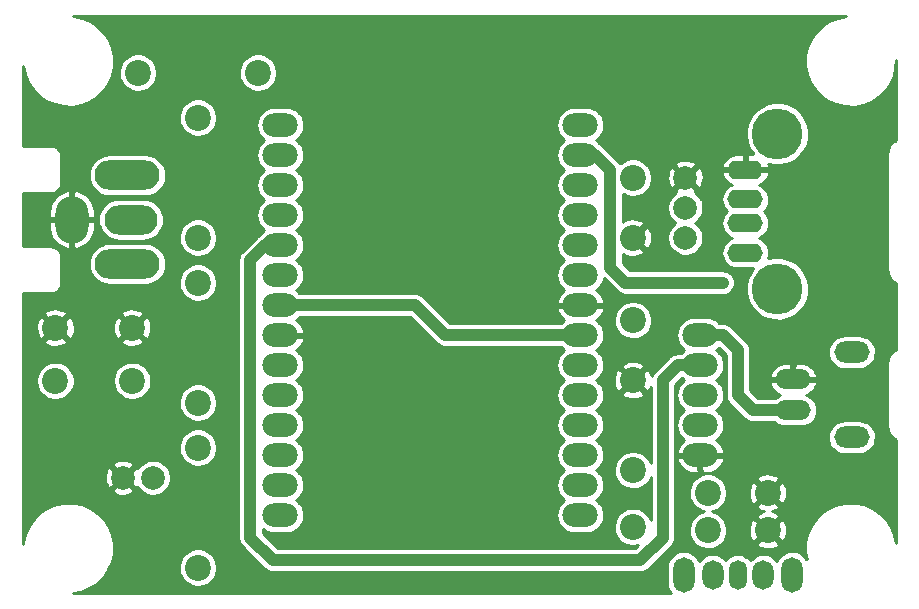
<source format=gbl>
G04 #@! TF.FileFunction,Copper,L2,Bot,Signal*
%FSLAX45Y45*%
G04 Gerber Fmt 4.5, Leading zero omitted, Abs format (unit mm)*
G04 Created by KiCad (PCBNEW 4.0.1-stable) date 2017年09月08日金曜日 13:41:55*
%MOMM*%
G01*
G04 APERTURE LIST*
%ADD10C,0.100000*%
%ADD11C,2.200000*%
%ADD12C,1.400000*%
%ADD13O,3.000000X1.700000*%
%ADD14O,3.000000X1.800000*%
%ADD15O,2.500000X1.800000*%
%ADD16C,1.250000*%
%ADD17C,4.300000*%
%ADD18O,3.000000X1.600000*%
%ADD19O,1.400000X1.400000*%
%ADD20C,2.800000*%
%ADD21O,3.000000X2.000000*%
%ADD22O,2.800000X4.000000*%
%ADD23O,4.500000X2.500000*%
%ADD24O,1.800000X3.000000*%
%ADD25O,3.500000X1.500000*%
%ADD26O,5.500000X2.500000*%
%ADD27O,4.000000X1.500000*%
%ADD28C,2.000000*%
%ADD29C,1.300000*%
%ADD30O,1.790000X2.500000*%
%ADD31O,1.500000X2.500000*%
%ADD32O,1.540000X1.000000*%
%ADD33C,1.000000*%
%ADD34O,1.000000X2.000000*%
%ADD35C,0.600000*%
%ADD36C,0.508000*%
%ADD37C,0.400000*%
%ADD38C,1.000000*%
%ADD39C,0.254000*%
G04 APERTURE END LIST*
D10*
D11*
X18478500Y-10985500D03*
X18478500Y-11493500D03*
D12*
X18478500Y-10985500D03*
X18478500Y-11493500D03*
D11*
X18478500Y-12192000D03*
X18478500Y-12700000D03*
D12*
X18478500Y-12192000D03*
X18478500Y-12700000D03*
D11*
X19621500Y-13652500D03*
X19113500Y-13652500D03*
D12*
X19621500Y-13652500D03*
X19113500Y-13652500D03*
D11*
X19621500Y-13970000D03*
X19113500Y-13970000D03*
D12*
X19621500Y-13970000D03*
X19113500Y-13970000D03*
D13*
X19837400Y-12954000D03*
X19837400Y-12694000D03*
D14*
X20331400Y-13184000D03*
X20331400Y-12464000D03*
D15*
X20331400Y-13184000D03*
X20331400Y-12464000D03*
D16*
X19837400Y-12954000D03*
X19837400Y-12694000D03*
D17*
X19702000Y-10613500D03*
X19702000Y-11927500D03*
D18*
X19431000Y-11620500D03*
X19431000Y-11370500D03*
X19431000Y-11170500D03*
X19431000Y-10920500D03*
D19*
X19431000Y-11620500D03*
X19431000Y-11370500D03*
X19431000Y-11170500D03*
X19431000Y-10920500D03*
D20*
X19702000Y-11927500D03*
X19702000Y-10613500D03*
D21*
X18034000Y-10541000D03*
X18034000Y-10795000D03*
X18034000Y-11049000D03*
X18034000Y-11303000D03*
X18034000Y-11557000D03*
X18034000Y-11811000D03*
X18034000Y-12065000D03*
X18034000Y-12319000D03*
X18034000Y-12573000D03*
X18034000Y-12827000D03*
X18034000Y-13081000D03*
X18034000Y-13335000D03*
X18034000Y-13589000D03*
X18034000Y-13843000D03*
D12*
X18034000Y-10541000D03*
X18034000Y-10795000D03*
X18034000Y-11049000D03*
X18034000Y-11303000D03*
X18034000Y-11557000D03*
X18034000Y-11811000D03*
X18034000Y-12065000D03*
X18034000Y-12319000D03*
X18034000Y-12573000D03*
X18034000Y-12827000D03*
X18034000Y-13081000D03*
X18034000Y-13335000D03*
X18034000Y-13589000D03*
X18034000Y-13843000D03*
D21*
X15494000Y-10541000D03*
X15494000Y-10795000D03*
X15494000Y-11049000D03*
X15494000Y-11303000D03*
X15494000Y-11557000D03*
X15494000Y-11811000D03*
X15494000Y-12065000D03*
X15494000Y-12319000D03*
X15494000Y-12573000D03*
X15494000Y-12827000D03*
X15494000Y-13081000D03*
X15494000Y-13335000D03*
X15494000Y-13589000D03*
X15494000Y-13843000D03*
D12*
X15494000Y-10541000D03*
X15494000Y-10795000D03*
X15494000Y-11049000D03*
X15494000Y-11303000D03*
X15494000Y-11557000D03*
X15494000Y-11811000D03*
X15494000Y-12065000D03*
X15494000Y-12319000D03*
X15494000Y-12573000D03*
X15494000Y-12827000D03*
X15494000Y-13081000D03*
X15494000Y-13335000D03*
X15494000Y-13589000D03*
X15494000Y-13843000D03*
D21*
X19050000Y-12319000D03*
X19050000Y-12573000D03*
X19050000Y-12827000D03*
X19050000Y-13081000D03*
X19050000Y-13335000D03*
D12*
X19050000Y-12319000D03*
X19050000Y-12573000D03*
X19050000Y-12827000D03*
X19050000Y-13081000D03*
X19050000Y-13335000D03*
D22*
X13728700Y-11341100D03*
D23*
X14228700Y-11341100D03*
D24*
X13728700Y-11341100D03*
D25*
X14228700Y-11341100D03*
D26*
X14198700Y-10966100D03*
X14198700Y-11716100D03*
D27*
X14198700Y-10966100D03*
X14198700Y-11716100D03*
D28*
X18923000Y-10985500D03*
X18923000Y-11239500D03*
X18923000Y-11493500D03*
D12*
X18923000Y-10985500D03*
X18923000Y-11239500D03*
X18923000Y-11493500D03*
D28*
X14160500Y-13525500D03*
X14414500Y-13525500D03*
D12*
X14160500Y-13525500D03*
X14414500Y-13525500D03*
D11*
X15303500Y-10096500D03*
X14287500Y-10096500D03*
D12*
X15303500Y-10096500D03*
X14287500Y-10096500D03*
D11*
X14795500Y-10477500D03*
X14795500Y-11493500D03*
D12*
X14795500Y-10477500D03*
X14795500Y-11493500D03*
D11*
X14795500Y-11874500D03*
X14795500Y-12890500D03*
D12*
X14795500Y-11874500D03*
X14795500Y-12890500D03*
D11*
X14795500Y-14287500D03*
X14795500Y-13271500D03*
D12*
X14795500Y-14287500D03*
X14795500Y-13271500D03*
D11*
X13589000Y-12255500D03*
X13589000Y-12705500D03*
X14239000Y-12255500D03*
X14239000Y-12705500D03*
D12*
X13589000Y-12255500D03*
X14239000Y-12255500D03*
X13589000Y-12705500D03*
X14239000Y-12705500D03*
D11*
X18478500Y-13462000D03*
X18478500Y-13942000D03*
D29*
X18478500Y-13462000D03*
X18478500Y-13942000D03*
D30*
X19153000Y-14351000D03*
D31*
X19367500Y-14351000D03*
D30*
X19582000Y-14351000D03*
D32*
X19140500Y-14351000D03*
D33*
X19367500Y-14351000D03*
D32*
X19594500Y-14351000D03*
D24*
X19827500Y-14351000D03*
D34*
X19797500Y-14351000D03*
D24*
X18907500Y-14351000D03*
D34*
X18937500Y-14351000D03*
D35*
X19240500Y-11874500D03*
D36*
X19050000Y-13335000D02*
X19050000Y-13462000D01*
X19837400Y-12694000D02*
X19837400Y-12534900D01*
X19837400Y-12534900D02*
X19812000Y-12509500D01*
D37*
X19556500Y-10920500D02*
X19381000Y-10920500D01*
D38*
X15494000Y-12065000D02*
X16637000Y-12065000D01*
X16891000Y-12319000D02*
X18034000Y-12319000D01*
X16637000Y-12065000D02*
X16891000Y-12319000D01*
X19837400Y-12954000D02*
X19494500Y-12954000D01*
X19494500Y-12954000D02*
X19367500Y-12827000D01*
X19367500Y-12827000D02*
X19367500Y-12446000D01*
X19367500Y-12446000D02*
X19240500Y-12319000D01*
X19240500Y-12319000D02*
X19050000Y-12319000D01*
X19177000Y-12319000D02*
X19050000Y-12319000D01*
X18288000Y-10922000D02*
X18161000Y-10795000D01*
X18288000Y-11747500D02*
X18288000Y-10922000D01*
X18415000Y-11874500D02*
X18288000Y-11747500D01*
X19240500Y-11874500D02*
X18415000Y-11874500D01*
X18161000Y-10795000D02*
X18034000Y-10795000D01*
X19050000Y-12573000D02*
X18859500Y-12573000D01*
X15240000Y-11684000D02*
X15367000Y-11557000D01*
X15240000Y-14033500D02*
X15240000Y-11684000D01*
X15430500Y-14224000D02*
X15240000Y-14033500D01*
X18542000Y-14224000D02*
X15430500Y-14224000D01*
X18732500Y-14033500D02*
X18542000Y-14224000D01*
X18732500Y-12700000D02*
X18732500Y-14033500D01*
X18859500Y-12573000D02*
X18732500Y-12700000D01*
X15367000Y-11557000D02*
X15494000Y-11557000D01*
D39*
G36*
X20211425Y-9631094D02*
X20141839Y-9659209D01*
X20079038Y-9700304D01*
X20025416Y-9752815D01*
X19983015Y-9814741D01*
X19953449Y-9883723D01*
X19937845Y-9957134D01*
X19936797Y-10032179D01*
X19950345Y-10105997D01*
X19977973Y-10175778D01*
X20018629Y-10238863D01*
X20070764Y-10292851D01*
X20132393Y-10335684D01*
X20201167Y-10365730D01*
X20274468Y-10381847D01*
X20349502Y-10383418D01*
X20423414Y-10370386D01*
X20493386Y-10343245D01*
X20556754Y-10303031D01*
X20611104Y-10251274D01*
X20654366Y-10189946D01*
X20684892Y-10121383D01*
X20701519Y-10048197D01*
X20702300Y-9992295D01*
X20702300Y-10666407D01*
X20693413Y-10671212D01*
X20689078Y-10674136D01*
X20684702Y-10676999D01*
X20684077Y-10677509D01*
X20673551Y-10686217D01*
X20669864Y-10689929D01*
X20666129Y-10693587D01*
X20665616Y-10694208D01*
X20656981Y-10704795D01*
X20654087Y-10709150D01*
X20651133Y-10713466D01*
X20650749Y-10714174D01*
X20644336Y-10726237D01*
X20642341Y-10731077D01*
X20640283Y-10735878D01*
X20640045Y-10736648D01*
X20636096Y-10749726D01*
X20635080Y-10754857D01*
X20633993Y-10759972D01*
X20633909Y-10760773D01*
X20632575Y-10774370D01*
X20632575Y-10776789D01*
X20632306Y-10779194D01*
X20632300Y-10780000D01*
X20632300Y-11765000D01*
X20632301Y-11765010D01*
X20632300Y-11765201D01*
X20632302Y-11765689D01*
X20632557Y-11768197D01*
X20632539Y-11770718D01*
X20632618Y-11771520D01*
X20634046Y-11785107D01*
X20635097Y-11790225D01*
X20636077Y-11795367D01*
X20636310Y-11796138D01*
X20640350Y-11809189D01*
X20642376Y-11814009D01*
X20644336Y-11818858D01*
X20644714Y-11819570D01*
X20651212Y-11831587D01*
X20654137Y-11835924D01*
X20656999Y-11840298D01*
X20657509Y-11840923D01*
X20666217Y-11851449D01*
X20669929Y-11855136D01*
X20673587Y-11858871D01*
X20674208Y-11859384D01*
X20684795Y-11868019D01*
X20689150Y-11870913D01*
X20693466Y-11873867D01*
X20694174Y-11874251D01*
X20702300Y-11878571D01*
X20702300Y-12441406D01*
X20693413Y-12446212D01*
X20689078Y-12449136D01*
X20684702Y-12451999D01*
X20684077Y-12452509D01*
X20673551Y-12461217D01*
X20669864Y-12464929D01*
X20666129Y-12468587D01*
X20665616Y-12469208D01*
X20656981Y-12479795D01*
X20654087Y-12484150D01*
X20651133Y-12488466D01*
X20650749Y-12489174D01*
X20644336Y-12501237D01*
X20642341Y-12506077D01*
X20640283Y-12510878D01*
X20640045Y-12511648D01*
X20636096Y-12524726D01*
X20635080Y-12529857D01*
X20633993Y-12534972D01*
X20633909Y-12535773D01*
X20632575Y-12549370D01*
X20632575Y-12551789D01*
X20632306Y-12554194D01*
X20632300Y-12555000D01*
X20632300Y-13090000D01*
X20632301Y-13090010D01*
X20632300Y-13090201D01*
X20632302Y-13090689D01*
X20632557Y-13093197D01*
X20632539Y-13095718D01*
X20632618Y-13096520D01*
X20634046Y-13110107D01*
X20635097Y-13115225D01*
X20636077Y-13120367D01*
X20636310Y-13121138D01*
X20640350Y-13134189D01*
X20642376Y-13139009D01*
X20644336Y-13143858D01*
X20644714Y-13144570D01*
X20651212Y-13156587D01*
X20654137Y-13160924D01*
X20656999Y-13165298D01*
X20657509Y-13165923D01*
X20666217Y-13176449D01*
X20669929Y-13180136D01*
X20673587Y-13183871D01*
X20674208Y-13184384D01*
X20684795Y-13193019D01*
X20689150Y-13195913D01*
X20693466Y-13198867D01*
X20694174Y-13199251D01*
X20702300Y-13203571D01*
X20702300Y-14080371D01*
X20688139Y-14008852D01*
X20659539Y-13939464D01*
X20618006Y-13876952D01*
X20565123Y-13823698D01*
X20502902Y-13781730D01*
X20433715Y-13752646D01*
X20360197Y-13737555D01*
X20285147Y-13737031D01*
X20211425Y-13751094D01*
X20141839Y-13779209D01*
X20079038Y-13820304D01*
X20025416Y-13872815D01*
X19983015Y-13934741D01*
X19953449Y-14003723D01*
X19937845Y-14077134D01*
X19936797Y-14152178D01*
X19948258Y-14214623D01*
X19946358Y-14211050D01*
X19928756Y-14189468D01*
X19907297Y-14171715D01*
X19882799Y-14158469D01*
X19856194Y-14150234D01*
X19828496Y-14147323D01*
X19800761Y-14149847D01*
X19774044Y-14157710D01*
X19749363Y-14170613D01*
X19727658Y-14188064D01*
X19709756Y-14209398D01*
X19697287Y-14232080D01*
X19682901Y-14214441D01*
X19661517Y-14196751D01*
X19637105Y-14183551D01*
X19610593Y-14175345D01*
X19582993Y-14172444D01*
X19555354Y-14174959D01*
X19528731Y-14182795D01*
X19504137Y-14195652D01*
X19482508Y-14213042D01*
X19471329Y-14226364D01*
X19458112Y-14210158D01*
X19438909Y-14194272D01*
X19416986Y-14182418D01*
X19393178Y-14175048D01*
X19368392Y-14172443D01*
X19343571Y-14174702D01*
X19319663Y-14181739D01*
X19297576Y-14193285D01*
X19278153Y-14208902D01*
X19263564Y-14226289D01*
X19253901Y-14214441D01*
X19232517Y-14196751D01*
X19208105Y-14183551D01*
X19181593Y-14175345D01*
X19153993Y-14172444D01*
X19126354Y-14174959D01*
X19099731Y-14182795D01*
X19075137Y-14195652D01*
X19053508Y-14213042D01*
X19037537Y-14232075D01*
X19026358Y-14211050D01*
X19008756Y-14189468D01*
X18987297Y-14171715D01*
X18962799Y-14158469D01*
X18936194Y-14150234D01*
X18908496Y-14147323D01*
X18880761Y-14149847D01*
X18854044Y-14157710D01*
X18829363Y-14170613D01*
X18807658Y-14188064D01*
X18789756Y-14209398D01*
X18776339Y-14233804D01*
X18767918Y-14260350D01*
X18764814Y-14288027D01*
X18764800Y-14290019D01*
X18764800Y-14411981D01*
X18767518Y-14439698D01*
X18775567Y-14466359D01*
X18788642Y-14490950D01*
X18797899Y-14502300D01*
X13735845Y-14502300D01*
X13803414Y-14490386D01*
X13873386Y-14463245D01*
X13936754Y-14423031D01*
X13991104Y-14371274D01*
X14034366Y-14309946D01*
X14038269Y-14301180D01*
X14632586Y-14301180D01*
X14638346Y-14332563D01*
X14650092Y-14362230D01*
X14667376Y-14389050D01*
X14689541Y-14412002D01*
X14715741Y-14430212D01*
X14744980Y-14442986D01*
X14776142Y-14449837D01*
X14808043Y-14450505D01*
X14839465Y-14444965D01*
X14869213Y-14433426D01*
X14896153Y-14416330D01*
X14919259Y-14394326D01*
X14937651Y-14368253D01*
X14950629Y-14339105D01*
X14957698Y-14307990D01*
X14958207Y-14271546D01*
X14952009Y-14240247D01*
X14939851Y-14210747D01*
X14922193Y-14184171D01*
X14899711Y-14161531D01*
X14873258Y-14143689D01*
X14843844Y-14131324D01*
X14812589Y-14124908D01*
X14780683Y-14124686D01*
X14749341Y-14130664D01*
X14719757Y-14142617D01*
X14693058Y-14160088D01*
X14670261Y-14182412D01*
X14652235Y-14208739D01*
X14639665Y-14238066D01*
X14633032Y-14269276D01*
X14632586Y-14301180D01*
X14038269Y-14301180D01*
X14064892Y-14241383D01*
X14081519Y-14168197D01*
X14082716Y-14082474D01*
X14068139Y-14008852D01*
X14039539Y-13939464D01*
X13998006Y-13876952D01*
X13945122Y-13823698D01*
X13882902Y-13781730D01*
X13813715Y-13752646D01*
X13740197Y-13737555D01*
X13665147Y-13737031D01*
X13591425Y-13751094D01*
X13521839Y-13779209D01*
X13459038Y-13820304D01*
X13405416Y-13872815D01*
X13363015Y-13934741D01*
X13333449Y-14003723D01*
X13317845Y-14077134D01*
X13317700Y-14087511D01*
X13317700Y-13633254D01*
X14070706Y-13633254D01*
X14080895Y-13656674D01*
X14108015Y-13669683D01*
X14137152Y-13677152D01*
X14167187Y-13678793D01*
X14196964Y-13674543D01*
X14225341Y-13664565D01*
X14240105Y-13656674D01*
X14250294Y-13633254D01*
X14160500Y-13543460D01*
X14070706Y-13633254D01*
X13317700Y-13633254D01*
X13317700Y-13532187D01*
X14007207Y-13532187D01*
X14011457Y-13561964D01*
X14021435Y-13590341D01*
X14029326Y-13605105D01*
X14052746Y-13615294D01*
X14142539Y-13525500D01*
X14178460Y-13525500D01*
X14268254Y-13615294D01*
X14285783Y-13607668D01*
X14294251Y-13620808D01*
X14315053Y-13642350D01*
X14339643Y-13659440D01*
X14367085Y-13671429D01*
X14396332Y-13677859D01*
X14426272Y-13678487D01*
X14455763Y-13673287D01*
X14483682Y-13662457D01*
X14508966Y-13646411D01*
X14530652Y-13625760D01*
X14547914Y-13601290D01*
X14560094Y-13573933D01*
X14566729Y-13544731D01*
X14567207Y-13510527D01*
X14561390Y-13481151D01*
X14549978Y-13453465D01*
X14533407Y-13428522D01*
X14512306Y-13407273D01*
X14487479Y-13390528D01*
X14459873Y-13378923D01*
X14430539Y-13372902D01*
X14400593Y-13372693D01*
X14371178Y-13378304D01*
X14343412Y-13389522D01*
X14318355Y-13405919D01*
X14296959Y-13426871D01*
X14285710Y-13443300D01*
X14268254Y-13435706D01*
X14178460Y-13525500D01*
X14142539Y-13525500D01*
X14052746Y-13435706D01*
X14029326Y-13445895D01*
X14016317Y-13473015D01*
X14008848Y-13502152D01*
X14007207Y-13532187D01*
X13317700Y-13532187D01*
X13317700Y-13417746D01*
X14070706Y-13417746D01*
X14160500Y-13507539D01*
X14250294Y-13417746D01*
X14240105Y-13394326D01*
X14212985Y-13381317D01*
X14183848Y-13373848D01*
X14153813Y-13372207D01*
X14124036Y-13376457D01*
X14095659Y-13386435D01*
X14080895Y-13394326D01*
X14070706Y-13417746D01*
X13317700Y-13417746D01*
X13317700Y-13285180D01*
X14632586Y-13285180D01*
X14638346Y-13316563D01*
X14650092Y-13346230D01*
X14667376Y-13373050D01*
X14689541Y-13396002D01*
X14715741Y-13414212D01*
X14744980Y-13426986D01*
X14776142Y-13433837D01*
X14808043Y-13434505D01*
X14839465Y-13428965D01*
X14869213Y-13417426D01*
X14896153Y-13400330D01*
X14919259Y-13378326D01*
X14937651Y-13352253D01*
X14950629Y-13323105D01*
X14957698Y-13291990D01*
X14958207Y-13255546D01*
X14952009Y-13224247D01*
X14939851Y-13194747D01*
X14922193Y-13168171D01*
X14899711Y-13145531D01*
X14873258Y-13127689D01*
X14843844Y-13115324D01*
X14812589Y-13108908D01*
X14780683Y-13108686D01*
X14749341Y-13114664D01*
X14719757Y-13126617D01*
X14693058Y-13144088D01*
X14670261Y-13166412D01*
X14652235Y-13192739D01*
X14639665Y-13222066D01*
X14633032Y-13253276D01*
X14632586Y-13285180D01*
X13317700Y-13285180D01*
X13317700Y-12904180D01*
X14632586Y-12904180D01*
X14638346Y-12935563D01*
X14650092Y-12965230D01*
X14667376Y-12992050D01*
X14689541Y-13015002D01*
X14715741Y-13033212D01*
X14744980Y-13045986D01*
X14776142Y-13052837D01*
X14808043Y-13053505D01*
X14839465Y-13047965D01*
X14869213Y-13036426D01*
X14896153Y-13019330D01*
X14919259Y-12997326D01*
X14937651Y-12971253D01*
X14950629Y-12942105D01*
X14957698Y-12910990D01*
X14958207Y-12874546D01*
X14952009Y-12843247D01*
X14939851Y-12813747D01*
X14922193Y-12787171D01*
X14899711Y-12764531D01*
X14873258Y-12746689D01*
X14843844Y-12734324D01*
X14812589Y-12727908D01*
X14780683Y-12727686D01*
X14749341Y-12733664D01*
X14719757Y-12745617D01*
X14693058Y-12763088D01*
X14670261Y-12785412D01*
X14652235Y-12811739D01*
X14639665Y-12841066D01*
X14633032Y-12872276D01*
X14632586Y-12904180D01*
X13317700Y-12904180D01*
X13317700Y-12719180D01*
X13426086Y-12719180D01*
X13431846Y-12750563D01*
X13443592Y-12780230D01*
X13460876Y-12807050D01*
X13483041Y-12830002D01*
X13509241Y-12848212D01*
X13538480Y-12860986D01*
X13569642Y-12867837D01*
X13601543Y-12868505D01*
X13632965Y-12862965D01*
X13662713Y-12851426D01*
X13689653Y-12834330D01*
X13712759Y-12812326D01*
X13731151Y-12786253D01*
X13744129Y-12757105D01*
X13751198Y-12725990D01*
X13751293Y-12719180D01*
X14076086Y-12719180D01*
X14081846Y-12750563D01*
X14093592Y-12780230D01*
X14110876Y-12807050D01*
X14133041Y-12830002D01*
X14159241Y-12848212D01*
X14188480Y-12860986D01*
X14219642Y-12867837D01*
X14251543Y-12868505D01*
X14282965Y-12862965D01*
X14312713Y-12851426D01*
X14339653Y-12834330D01*
X14362759Y-12812326D01*
X14381151Y-12786253D01*
X14394129Y-12757105D01*
X14401198Y-12725990D01*
X14401707Y-12689546D01*
X14395509Y-12658247D01*
X14383351Y-12628747D01*
X14365693Y-12602171D01*
X14343211Y-12579531D01*
X14316758Y-12561689D01*
X14287344Y-12549324D01*
X14256089Y-12542908D01*
X14224183Y-12542686D01*
X14192841Y-12548664D01*
X14163257Y-12560617D01*
X14136558Y-12578088D01*
X14113761Y-12600412D01*
X14095735Y-12626739D01*
X14083165Y-12656066D01*
X14076532Y-12687276D01*
X14076086Y-12719180D01*
X13751293Y-12719180D01*
X13751707Y-12689546D01*
X13745509Y-12658247D01*
X13733351Y-12628747D01*
X13715693Y-12602171D01*
X13693211Y-12579531D01*
X13666758Y-12561689D01*
X13637344Y-12549324D01*
X13606089Y-12542908D01*
X13574183Y-12542686D01*
X13542841Y-12548664D01*
X13513257Y-12560617D01*
X13486558Y-12578088D01*
X13463761Y-12600412D01*
X13445735Y-12626739D01*
X13433165Y-12656066D01*
X13426532Y-12687276D01*
X13426086Y-12719180D01*
X13317700Y-12719180D01*
X13317700Y-12370387D01*
X13492074Y-12370387D01*
X13503469Y-12394829D01*
X13532295Y-12408838D01*
X13563299Y-12416954D01*
X13595291Y-12418866D01*
X13627041Y-12414500D01*
X13657330Y-12404023D01*
X13674530Y-12394829D01*
X13685926Y-12370387D01*
X14142074Y-12370387D01*
X14153469Y-12394829D01*
X14182295Y-12408838D01*
X14213299Y-12416954D01*
X14245291Y-12418866D01*
X14277041Y-12414500D01*
X14307330Y-12404023D01*
X14324530Y-12394829D01*
X14335926Y-12370387D01*
X14239000Y-12273460D01*
X14142074Y-12370387D01*
X13685926Y-12370387D01*
X13589000Y-12273460D01*
X13492074Y-12370387D01*
X13317700Y-12370387D01*
X13317700Y-12261791D01*
X13425634Y-12261791D01*
X13430000Y-12293541D01*
X13440477Y-12323830D01*
X13449671Y-12341030D01*
X13474113Y-12352426D01*
X13502674Y-12323866D01*
X13523820Y-12302720D01*
X13571039Y-12255500D01*
X13606960Y-12255500D01*
X13703887Y-12352426D01*
X13728329Y-12341030D01*
X13742338Y-12312205D01*
X13750454Y-12281201D01*
X13751614Y-12261791D01*
X14075634Y-12261791D01*
X14080000Y-12293541D01*
X14090477Y-12323830D01*
X14099671Y-12341030D01*
X14124113Y-12352426D01*
X14152674Y-12323866D01*
X14173820Y-12302720D01*
X14221039Y-12255500D01*
X14256960Y-12255500D01*
X14353887Y-12352426D01*
X14378329Y-12341030D01*
X14392338Y-12312205D01*
X14400454Y-12281201D01*
X14402366Y-12249209D01*
X14398000Y-12217459D01*
X14387523Y-12187170D01*
X14378329Y-12169969D01*
X14353887Y-12158574D01*
X14256960Y-12255500D01*
X14221039Y-12255500D01*
X14124113Y-12158574D01*
X14099671Y-12169969D01*
X14085662Y-12198795D01*
X14077545Y-12229799D01*
X14075634Y-12261791D01*
X13751614Y-12261791D01*
X13752366Y-12249209D01*
X13748000Y-12217459D01*
X13737523Y-12187170D01*
X13728329Y-12169969D01*
X13703887Y-12158574D01*
X13606960Y-12255500D01*
X13571039Y-12255500D01*
X13474113Y-12158574D01*
X13449671Y-12169969D01*
X13435662Y-12198795D01*
X13427545Y-12229799D01*
X13425634Y-12261791D01*
X13317700Y-12261791D01*
X13317700Y-12140613D01*
X13492074Y-12140613D01*
X13589000Y-12237539D01*
X13621187Y-12205352D01*
X13685926Y-12140613D01*
X14142074Y-12140613D01*
X14239000Y-12237539D01*
X14271187Y-12205352D01*
X14335926Y-12140613D01*
X14324530Y-12116171D01*
X14295705Y-12102162D01*
X14264701Y-12094045D01*
X14232709Y-12092134D01*
X14200959Y-12096500D01*
X14170670Y-12106977D01*
X14153469Y-12116171D01*
X14142074Y-12140613D01*
X13685926Y-12140613D01*
X13674530Y-12116171D01*
X13645705Y-12102162D01*
X13614701Y-12094045D01*
X13582709Y-12092134D01*
X13550959Y-12096500D01*
X13520670Y-12106977D01*
X13503469Y-12116171D01*
X13492074Y-12140613D01*
X13317700Y-12140613D01*
X13317700Y-11963700D01*
X13564000Y-11963700D01*
X13568016Y-11963048D01*
X13598016Y-11953048D01*
X13601214Y-11951452D01*
X13602980Y-11949980D01*
X13622980Y-11929980D01*
X13625127Y-11927123D01*
X13626048Y-11925016D01*
X13636048Y-11895016D01*
X13636700Y-11891000D01*
X13636700Y-11714859D01*
X13869419Y-11714859D01*
X13872562Y-11749398D01*
X13882354Y-11782668D01*
X13898421Y-11813402D01*
X13920153Y-11840430D01*
X13946720Y-11862723D01*
X13977111Y-11879430D01*
X14010168Y-11889917D01*
X14044633Y-11893783D01*
X14047114Y-11893800D01*
X14350286Y-11893800D01*
X14384801Y-11890416D01*
X14392205Y-11888180D01*
X14632586Y-11888180D01*
X14638346Y-11919563D01*
X14650092Y-11949230D01*
X14667376Y-11976050D01*
X14689541Y-11999002D01*
X14715741Y-12017212D01*
X14744980Y-12029986D01*
X14776142Y-12036837D01*
X14808043Y-12037505D01*
X14839465Y-12031965D01*
X14869213Y-12020426D01*
X14896153Y-12003330D01*
X14919259Y-11981326D01*
X14937651Y-11955253D01*
X14950629Y-11926105D01*
X14957698Y-11894990D01*
X14958207Y-11858546D01*
X14952009Y-11827247D01*
X14939851Y-11797747D01*
X14922193Y-11771171D01*
X14899711Y-11748531D01*
X14873258Y-11730689D01*
X14843844Y-11718324D01*
X14812589Y-11711908D01*
X14780683Y-11711686D01*
X14749341Y-11717664D01*
X14719757Y-11729617D01*
X14693058Y-11747088D01*
X14670261Y-11769412D01*
X14652235Y-11795739D01*
X14639665Y-11825066D01*
X14633032Y-11856276D01*
X14632586Y-11888180D01*
X14392205Y-11888180D01*
X14418002Y-11880392D01*
X14448623Y-11864110D01*
X14475499Y-11842191D01*
X14497606Y-11815469D01*
X14514101Y-11784961D01*
X14524356Y-11751831D01*
X14527981Y-11717341D01*
X14524947Y-11684000D01*
X15137300Y-11684000D01*
X15137300Y-14033500D01*
X15138226Y-14042943D01*
X15139052Y-14052392D01*
X15139203Y-14052911D01*
X15139256Y-14053448D01*
X15141997Y-14062529D01*
X15144644Y-14071639D01*
X15144893Y-14072119D01*
X15145049Y-14072636D01*
X15149501Y-14081008D01*
X15153868Y-14089434D01*
X15154206Y-14089857D01*
X15154459Y-14090333D01*
X15160451Y-14097680D01*
X15166373Y-14105099D01*
X15167115Y-14105851D01*
X15167127Y-14105866D01*
X15167141Y-14105877D01*
X15167380Y-14106120D01*
X15357880Y-14296620D01*
X15365212Y-14302642D01*
X15372478Y-14308739D01*
X15372951Y-14308999D01*
X15373368Y-14309342D01*
X15381729Y-14313825D01*
X15390042Y-14318395D01*
X15390557Y-14318558D01*
X15391033Y-14318814D01*
X15400103Y-14321587D01*
X15409147Y-14324456D01*
X15409685Y-14324516D01*
X15410201Y-14324674D01*
X15419635Y-14325632D01*
X15429066Y-14326690D01*
X15430121Y-14326697D01*
X15430141Y-14326699D01*
X15430160Y-14326698D01*
X15430500Y-14326700D01*
X18542000Y-14326700D01*
X18551443Y-14325774D01*
X18560892Y-14324947D01*
X18561411Y-14324797D01*
X18561948Y-14324744D01*
X18571029Y-14322002D01*
X18580140Y-14319355D01*
X18580619Y-14319107D01*
X18581136Y-14318951D01*
X18589508Y-14314499D01*
X18597935Y-14310131D01*
X18598357Y-14309794D01*
X18598833Y-14309541D01*
X18606180Y-14303549D01*
X18613599Y-14297627D01*
X18614351Y-14296885D01*
X18614366Y-14296873D01*
X18614377Y-14296859D01*
X18614620Y-14296620D01*
X18805120Y-14106120D01*
X18811142Y-14098788D01*
X18817239Y-14091522D01*
X18817500Y-14091048D01*
X18817842Y-14090631D01*
X18822325Y-14082271D01*
X18826895Y-14073958D01*
X18827058Y-14073443D01*
X18827314Y-14072967D01*
X18830088Y-14063893D01*
X18832956Y-14054852D01*
X18833016Y-14054315D01*
X18833174Y-14053799D01*
X18834132Y-14044365D01*
X18835190Y-14034934D01*
X18835197Y-14033879D01*
X18835199Y-14033858D01*
X18835198Y-14033840D01*
X18835200Y-14033500D01*
X18835200Y-13666180D01*
X18950586Y-13666180D01*
X18956346Y-13697563D01*
X18968092Y-13727230D01*
X18985376Y-13754050D01*
X19007541Y-13777002D01*
X19033741Y-13795212D01*
X19062980Y-13807986D01*
X19077618Y-13811204D01*
X19067341Y-13813164D01*
X19037757Y-13825117D01*
X19011058Y-13842588D01*
X18988262Y-13864912D01*
X18970235Y-13891239D01*
X18957666Y-13920566D01*
X18951032Y-13951776D01*
X18950586Y-13983680D01*
X18956346Y-14015063D01*
X18968092Y-14044730D01*
X18985376Y-14071550D01*
X19007541Y-14094502D01*
X19033741Y-14112712D01*
X19062980Y-14125486D01*
X19094143Y-14132337D01*
X19126043Y-14133005D01*
X19157465Y-14127465D01*
X19187213Y-14115926D01*
X19214153Y-14098830D01*
X19228794Y-14084887D01*
X19524574Y-14084887D01*
X19535970Y-14109329D01*
X19564795Y-14123338D01*
X19595799Y-14131454D01*
X19627791Y-14133366D01*
X19659541Y-14129000D01*
X19689830Y-14118523D01*
X19707031Y-14109329D01*
X19718426Y-14084887D01*
X19621500Y-13987960D01*
X19524574Y-14084887D01*
X19228794Y-14084887D01*
X19237259Y-14076826D01*
X19255651Y-14050753D01*
X19268629Y-14021605D01*
X19275698Y-13990490D01*
X19275896Y-13976291D01*
X19458134Y-13976291D01*
X19462500Y-14008041D01*
X19472977Y-14038330D01*
X19482171Y-14055530D01*
X19506613Y-14066926D01*
X19535174Y-14038366D01*
X19556810Y-14016730D01*
X19603540Y-13970000D01*
X19639461Y-13970000D01*
X19736387Y-14066926D01*
X19760829Y-14055530D01*
X19774838Y-14026705D01*
X19782955Y-13995701D01*
X19784866Y-13963709D01*
X19780500Y-13931959D01*
X19770023Y-13901670D01*
X19760829Y-13884469D01*
X19736387Y-13873074D01*
X19639461Y-13970000D01*
X19603540Y-13970000D01*
X19506613Y-13873074D01*
X19482171Y-13884469D01*
X19468162Y-13913295D01*
X19460046Y-13944299D01*
X19458134Y-13976291D01*
X19275896Y-13976291D01*
X19276207Y-13954046D01*
X19270010Y-13922747D01*
X19257851Y-13893247D01*
X19240194Y-13866671D01*
X19217711Y-13844031D01*
X19191259Y-13826189D01*
X19161845Y-13813824D01*
X19149707Y-13811333D01*
X19157465Y-13809965D01*
X19187213Y-13798426D01*
X19214153Y-13781330D01*
X19228794Y-13767387D01*
X19524574Y-13767387D01*
X19535970Y-13791829D01*
X19564795Y-13805838D01*
X19584150Y-13810905D01*
X19583459Y-13811000D01*
X19553170Y-13821477D01*
X19535970Y-13830671D01*
X19524574Y-13855113D01*
X19621500Y-13952039D01*
X19653956Y-13919584D01*
X19718426Y-13855113D01*
X19707031Y-13830671D01*
X19678205Y-13816662D01*
X19658850Y-13811595D01*
X19659541Y-13811500D01*
X19689830Y-13801023D01*
X19707031Y-13791829D01*
X19718426Y-13767387D01*
X19621500Y-13670460D01*
X19524574Y-13767387D01*
X19228794Y-13767387D01*
X19237259Y-13759326D01*
X19255651Y-13733253D01*
X19268629Y-13704105D01*
X19275698Y-13672990D01*
X19275896Y-13658791D01*
X19458134Y-13658791D01*
X19462500Y-13690541D01*
X19472977Y-13720830D01*
X19482171Y-13738030D01*
X19506613Y-13749426D01*
X19535174Y-13720866D01*
X19556989Y-13699050D01*
X19603540Y-13652500D01*
X19639461Y-13652500D01*
X19736387Y-13749426D01*
X19760829Y-13738030D01*
X19774838Y-13709205D01*
X19782955Y-13678201D01*
X19784866Y-13646209D01*
X19780500Y-13614459D01*
X19770023Y-13584170D01*
X19760829Y-13566969D01*
X19736387Y-13555574D01*
X19639461Y-13652500D01*
X19603540Y-13652500D01*
X19506613Y-13555574D01*
X19482171Y-13566969D01*
X19468162Y-13595795D01*
X19460046Y-13626799D01*
X19458134Y-13658791D01*
X19275896Y-13658791D01*
X19276207Y-13636546D01*
X19270010Y-13605247D01*
X19257851Y-13575747D01*
X19240194Y-13549171D01*
X19228716Y-13537613D01*
X19524574Y-13537613D01*
X19588250Y-13601290D01*
X19621500Y-13634539D01*
X19718426Y-13537613D01*
X19707031Y-13513171D01*
X19678205Y-13499162D01*
X19647201Y-13491045D01*
X19615209Y-13489134D01*
X19583459Y-13493500D01*
X19553170Y-13503977D01*
X19535970Y-13513171D01*
X19524574Y-13537613D01*
X19228716Y-13537613D01*
X19217711Y-13526531D01*
X19191259Y-13508689D01*
X19161845Y-13496324D01*
X19130589Y-13489908D01*
X19098683Y-13489686D01*
X19067341Y-13495664D01*
X19037757Y-13507617D01*
X19011058Y-13525088D01*
X18988262Y-13547412D01*
X18970235Y-13573739D01*
X18957666Y-13603066D01*
X18951032Y-13634276D01*
X18950586Y-13666180D01*
X18835200Y-13666180D01*
X18835200Y-12742540D01*
X18894259Y-12683480D01*
X18912749Y-12698995D01*
X18914404Y-12699905D01*
X18891422Y-12718648D01*
X18872425Y-12741611D01*
X18858251Y-12767826D01*
X18849438Y-12796295D01*
X18846323Y-12825934D01*
X18849024Y-12855613D01*
X18857438Y-12884202D01*
X18871245Y-12910613D01*
X18889919Y-12933839D01*
X18912749Y-12952995D01*
X18914404Y-12953905D01*
X18891422Y-12972648D01*
X18872425Y-12995611D01*
X18858251Y-13021826D01*
X18849438Y-13050295D01*
X18846323Y-13079934D01*
X18849024Y-13109613D01*
X18857438Y-13138202D01*
X18871245Y-13164613D01*
X18889919Y-13187839D01*
X18912749Y-13206995D01*
X18915116Y-13208296D01*
X18904605Y-13215090D01*
X18883045Y-13236005D01*
X18865979Y-13260724D01*
X18854064Y-13288297D01*
X18851689Y-13298652D01*
X18861054Y-13322300D01*
X18927663Y-13322300D01*
X18926958Y-13342875D01*
X18927747Y-13347700D01*
X18861054Y-13347700D01*
X18851689Y-13371348D01*
X18854064Y-13381703D01*
X18865979Y-13409276D01*
X18883045Y-13433995D01*
X18904605Y-13454910D01*
X18929831Y-13471216D01*
X18957754Y-13482288D01*
X18987300Y-13487700D01*
X19037300Y-13487700D01*
X19037300Y-13457337D01*
X19057876Y-13458042D01*
X19062700Y-13457253D01*
X19062700Y-13487700D01*
X19112700Y-13487700D01*
X19142246Y-13482288D01*
X19170169Y-13471216D01*
X19195395Y-13454910D01*
X19216956Y-13433995D01*
X19234021Y-13409276D01*
X19245937Y-13381703D01*
X19248311Y-13371348D01*
X19238946Y-13347700D01*
X19172337Y-13347700D01*
X19173042Y-13327124D01*
X19172253Y-13322300D01*
X19238946Y-13322300D01*
X19248311Y-13298652D01*
X19245937Y-13288297D01*
X19234021Y-13260724D01*
X19216956Y-13236005D01*
X19195395Y-13215090D01*
X19185063Y-13208411D01*
X19185484Y-13208187D01*
X19208578Y-13189351D01*
X19213830Y-13183004D01*
X20127723Y-13183004D01*
X20130247Y-13210739D01*
X20138110Y-13237456D01*
X20151013Y-13262137D01*
X20168464Y-13283842D01*
X20189798Y-13301744D01*
X20214204Y-13315161D01*
X20240750Y-13323582D01*
X20268427Y-13326686D01*
X20270419Y-13326700D01*
X20392381Y-13326700D01*
X20420098Y-13323982D01*
X20446760Y-13315933D01*
X20471350Y-13302858D01*
X20492932Y-13285256D01*
X20510685Y-13263797D01*
X20523931Y-13239298D01*
X20532166Y-13212694D01*
X20535077Y-13184996D01*
X20532553Y-13157261D01*
X20524690Y-13130544D01*
X20511787Y-13105863D01*
X20494336Y-13084158D01*
X20473002Y-13066256D01*
X20448596Y-13052839D01*
X20422050Y-13044418D01*
X20394373Y-13041314D01*
X20392381Y-13041300D01*
X20270419Y-13041300D01*
X20242702Y-13044018D01*
X20216041Y-13052067D01*
X20191450Y-13065142D01*
X20169868Y-13082744D01*
X20152116Y-13104203D01*
X20138869Y-13128701D01*
X20130634Y-13155306D01*
X20127723Y-13183004D01*
X19213830Y-13183004D01*
X19227575Y-13166389D01*
X19241749Y-13140174D01*
X19250562Y-13111705D01*
X19253677Y-13082066D01*
X19250976Y-13052387D01*
X19242562Y-13023798D01*
X19228755Y-12997387D01*
X19210081Y-12974161D01*
X19187251Y-12955005D01*
X19185596Y-12954095D01*
X19208578Y-12935351D01*
X19227575Y-12912389D01*
X19241749Y-12886174D01*
X19250562Y-12857705D01*
X19253677Y-12828066D01*
X19250976Y-12798387D01*
X19242562Y-12769798D01*
X19228755Y-12743387D01*
X19210081Y-12720161D01*
X19187251Y-12701005D01*
X19185596Y-12700095D01*
X19208578Y-12681351D01*
X19227575Y-12658389D01*
X19241749Y-12632174D01*
X19250562Y-12603705D01*
X19253677Y-12574066D01*
X19250976Y-12544387D01*
X19242562Y-12515798D01*
X19228755Y-12489387D01*
X19210081Y-12466161D01*
X19187251Y-12447005D01*
X19185596Y-12446095D01*
X19205843Y-12429583D01*
X19264800Y-12488540D01*
X19264800Y-12827000D01*
X19265726Y-12836443D01*
X19266553Y-12845892D01*
X19266703Y-12846411D01*
X19266756Y-12846948D01*
X19269498Y-12856029D01*
X19272145Y-12865139D01*
X19272393Y-12865619D01*
X19272549Y-12866136D01*
X19277001Y-12874508D01*
X19281369Y-12882934D01*
X19281706Y-12883357D01*
X19281959Y-12883833D01*
X19287951Y-12891180D01*
X19293873Y-12898599D01*
X19294615Y-12899351D01*
X19294627Y-12899366D01*
X19294641Y-12899377D01*
X19294880Y-12899620D01*
X19421880Y-13026620D01*
X19429214Y-13032644D01*
X19436478Y-13038739D01*
X19436951Y-13038999D01*
X19437368Y-13039342D01*
X19445731Y-13043826D01*
X19454042Y-13048395D01*
X19454557Y-13048558D01*
X19455033Y-13048814D01*
X19464103Y-13051587D01*
X19473148Y-13054456D01*
X19473685Y-13054516D01*
X19474201Y-13054674D01*
X19483631Y-13055632D01*
X19493066Y-13056690D01*
X19494123Y-13056697D01*
X19494142Y-13056699D01*
X19494159Y-13056698D01*
X19494500Y-13056700D01*
X19680612Y-13056700D01*
X19693623Y-13067618D01*
X19717173Y-13080565D01*
X19742790Y-13088691D01*
X19769497Y-13091687D01*
X19771419Y-13091700D01*
X19903381Y-13091700D01*
X19930127Y-13089077D01*
X19955854Y-13081310D01*
X19979583Y-13068693D01*
X20000409Y-13051708D01*
X20017539Y-13031001D01*
X20030321Y-13007361D01*
X20038268Y-12981688D01*
X20041077Y-12954961D01*
X20038642Y-12928198D01*
X20031054Y-12902417D01*
X20018603Y-12878600D01*
X20001764Y-12857656D01*
X19981177Y-12840382D01*
X19957627Y-12827435D01*
X19947502Y-12824223D01*
X19966829Y-12816358D01*
X19989462Y-12801438D01*
X20008749Y-12782388D01*
X20023949Y-12759942D01*
X20034478Y-12734962D01*
X20035838Y-12727993D01*
X20026276Y-12706700D01*
X19952294Y-12706700D01*
X19952869Y-12685827D01*
X19952097Y-12681300D01*
X20026276Y-12681300D01*
X20035838Y-12660007D01*
X20034478Y-12653038D01*
X20023949Y-12628058D01*
X20008749Y-12605612D01*
X19989462Y-12586562D01*
X19966829Y-12571642D01*
X19941720Y-12561423D01*
X19915100Y-12556300D01*
X19850100Y-12556300D01*
X19850100Y-12579106D01*
X19829227Y-12578531D01*
X19824700Y-12579303D01*
X19824700Y-12556300D01*
X19759700Y-12556300D01*
X19733080Y-12561423D01*
X19707971Y-12571642D01*
X19685338Y-12586562D01*
X19666051Y-12605612D01*
X19650851Y-12628058D01*
X19640322Y-12653038D01*
X19638962Y-12660007D01*
X19648524Y-12681300D01*
X19722506Y-12681300D01*
X19721931Y-12702173D01*
X19722703Y-12706700D01*
X19648524Y-12706700D01*
X19638962Y-12727993D01*
X19640322Y-12734962D01*
X19650851Y-12759942D01*
X19666051Y-12782388D01*
X19685338Y-12801438D01*
X19707971Y-12816358D01*
X19727220Y-12824192D01*
X19718946Y-12826690D01*
X19695217Y-12839307D01*
X19680512Y-12851300D01*
X19537040Y-12851300D01*
X19470200Y-12784460D01*
X19470200Y-12463004D01*
X20127723Y-12463004D01*
X20130247Y-12490739D01*
X20138110Y-12517456D01*
X20151013Y-12542137D01*
X20168464Y-12563842D01*
X20189798Y-12581744D01*
X20214204Y-12595161D01*
X20240750Y-12603582D01*
X20268427Y-12606686D01*
X20270419Y-12606700D01*
X20392381Y-12606700D01*
X20420098Y-12603982D01*
X20446760Y-12595933D01*
X20471350Y-12582858D01*
X20492932Y-12565256D01*
X20510685Y-12543797D01*
X20523931Y-12519298D01*
X20532166Y-12492694D01*
X20535077Y-12464996D01*
X20532553Y-12437261D01*
X20524690Y-12410544D01*
X20511787Y-12385863D01*
X20494336Y-12364158D01*
X20473002Y-12346256D01*
X20448596Y-12332839D01*
X20422050Y-12324418D01*
X20394373Y-12321314D01*
X20392381Y-12321300D01*
X20270419Y-12321300D01*
X20242702Y-12324018D01*
X20216041Y-12332067D01*
X20191450Y-12345142D01*
X20169868Y-12362744D01*
X20152116Y-12384203D01*
X20138869Y-12408701D01*
X20130634Y-12435306D01*
X20127723Y-12463004D01*
X19470200Y-12463004D01*
X19470200Y-12446000D01*
X19469274Y-12436558D01*
X19468448Y-12427108D01*
X19468297Y-12426589D01*
X19468244Y-12426052D01*
X19465503Y-12416972D01*
X19462856Y-12407860D01*
X19462607Y-12407381D01*
X19462451Y-12406864D01*
X19457999Y-12398492D01*
X19453632Y-12390065D01*
X19453294Y-12389643D01*
X19453041Y-12389167D01*
X19447049Y-12381820D01*
X19441127Y-12374401D01*
X19440385Y-12373649D01*
X19440373Y-12373634D01*
X19440359Y-12373623D01*
X19440120Y-12373380D01*
X19313120Y-12246380D01*
X19305788Y-12240358D01*
X19298522Y-12234261D01*
X19298049Y-12234000D01*
X19297632Y-12233658D01*
X19289271Y-12229175D01*
X19280958Y-12224605D01*
X19280443Y-12224442D01*
X19279967Y-12224186D01*
X19270897Y-12221413D01*
X19261853Y-12218544D01*
X19261315Y-12218484D01*
X19260799Y-12218326D01*
X19251369Y-12217368D01*
X19241934Y-12216310D01*
X19240878Y-12216303D01*
X19240859Y-12216301D01*
X19240841Y-12216302D01*
X19240500Y-12216300D01*
X19213408Y-12216300D01*
X19210081Y-12212161D01*
X19187251Y-12193005D01*
X19161136Y-12178648D01*
X19132729Y-12169637D01*
X19103113Y-12166315D01*
X19100981Y-12166300D01*
X18999019Y-12166300D01*
X18969360Y-12169208D01*
X18940830Y-12177822D01*
X18914516Y-12191813D01*
X18891422Y-12210648D01*
X18872425Y-12233611D01*
X18858251Y-12259826D01*
X18849438Y-12288295D01*
X18846323Y-12317934D01*
X18849024Y-12347613D01*
X18857438Y-12376202D01*
X18871245Y-12402613D01*
X18889919Y-12425839D01*
X18912749Y-12444995D01*
X18914404Y-12445905D01*
X18891422Y-12464648D01*
X18886746Y-12470300D01*
X18859500Y-12470300D01*
X18850058Y-12471226D01*
X18840608Y-12472052D01*
X18840089Y-12472203D01*
X18839552Y-12472256D01*
X18830473Y-12474997D01*
X18821361Y-12477644D01*
X18820881Y-12477893D01*
X18820364Y-12478049D01*
X18811992Y-12482501D01*
X18803566Y-12486868D01*
X18803143Y-12487206D01*
X18802667Y-12487459D01*
X18795320Y-12493451D01*
X18787901Y-12499373D01*
X18787149Y-12500115D01*
X18787134Y-12500127D01*
X18787123Y-12500141D01*
X18786880Y-12500380D01*
X18659880Y-12627380D01*
X18653858Y-12634712D01*
X18647761Y-12641978D01*
X18647501Y-12642451D01*
X18647158Y-12642868D01*
X18642675Y-12651229D01*
X18638105Y-12659542D01*
X18637942Y-12660057D01*
X18637686Y-12660533D01*
X18637368Y-12661576D01*
X18627023Y-12631670D01*
X18617829Y-12614469D01*
X18593387Y-12603074D01*
X18496461Y-12700000D01*
X18593387Y-12796926D01*
X18617829Y-12785530D01*
X18629800Y-12760899D01*
X18629800Y-13402108D01*
X18622851Y-13385247D01*
X18605194Y-13358671D01*
X18582711Y-13336031D01*
X18556259Y-13318189D01*
X18526845Y-13305824D01*
X18495589Y-13299408D01*
X18463683Y-13299186D01*
X18432341Y-13305164D01*
X18402757Y-13317117D01*
X18376058Y-13334588D01*
X18353262Y-13356912D01*
X18335235Y-13383239D01*
X18322666Y-13412566D01*
X18316032Y-13443776D01*
X18315586Y-13475680D01*
X18321346Y-13507063D01*
X18333092Y-13536730D01*
X18350376Y-13563550D01*
X18372541Y-13586502D01*
X18398741Y-13604712D01*
X18427980Y-13617486D01*
X18459143Y-13624337D01*
X18491043Y-13625005D01*
X18522465Y-13619465D01*
X18552213Y-13607926D01*
X18579153Y-13590830D01*
X18602259Y-13568826D01*
X18620651Y-13542753D01*
X18629800Y-13522205D01*
X18629800Y-13882108D01*
X18622851Y-13865247D01*
X18605194Y-13838671D01*
X18582711Y-13816031D01*
X18556259Y-13798189D01*
X18526845Y-13785824D01*
X18495589Y-13779408D01*
X18463683Y-13779186D01*
X18432341Y-13785164D01*
X18402757Y-13797117D01*
X18376058Y-13814588D01*
X18353262Y-13836912D01*
X18335235Y-13863239D01*
X18322666Y-13892566D01*
X18316032Y-13923776D01*
X18315586Y-13955680D01*
X18321346Y-13987063D01*
X18333092Y-14016730D01*
X18350376Y-14043550D01*
X18372541Y-14066502D01*
X18398741Y-14084712D01*
X18427980Y-14097486D01*
X18459143Y-14104337D01*
X18491043Y-14105005D01*
X18521045Y-14099715D01*
X18499460Y-14121300D01*
X15473040Y-14121300D01*
X15342700Y-13990960D01*
X15342700Y-13957207D01*
X15356749Y-13968995D01*
X15382864Y-13983352D01*
X15411271Y-13992363D01*
X15440887Y-13995685D01*
X15443019Y-13995700D01*
X15544981Y-13995700D01*
X15574640Y-13992792D01*
X15603170Y-13984178D01*
X15629484Y-13970187D01*
X15652578Y-13951351D01*
X15671575Y-13928389D01*
X15685749Y-13902174D01*
X15694562Y-13873705D01*
X15697677Y-13844066D01*
X15694976Y-13814387D01*
X15686562Y-13785798D01*
X15672755Y-13759387D01*
X15654081Y-13736161D01*
X15631251Y-13717005D01*
X15629596Y-13716095D01*
X15652578Y-13697351D01*
X15671575Y-13674389D01*
X15685749Y-13648174D01*
X15694562Y-13619705D01*
X15697677Y-13590066D01*
X15694976Y-13560387D01*
X15686562Y-13531798D01*
X15672755Y-13505387D01*
X15654081Y-13482161D01*
X15631251Y-13463005D01*
X15629596Y-13462095D01*
X15652578Y-13443351D01*
X15671575Y-13420389D01*
X15685749Y-13394174D01*
X15694562Y-13365705D01*
X15697677Y-13336066D01*
X15694976Y-13306387D01*
X15686562Y-13277798D01*
X15672755Y-13251387D01*
X15654081Y-13228161D01*
X15631251Y-13209005D01*
X15629596Y-13208095D01*
X15652578Y-13189351D01*
X15671575Y-13166389D01*
X15685749Y-13140174D01*
X15694562Y-13111705D01*
X15697677Y-13082066D01*
X15694976Y-13052387D01*
X15686562Y-13023798D01*
X15672755Y-12997387D01*
X15654081Y-12974161D01*
X15631251Y-12955005D01*
X15629596Y-12954095D01*
X15652578Y-12935351D01*
X15671575Y-12912389D01*
X15685749Y-12886174D01*
X15694562Y-12857705D01*
X15697677Y-12828066D01*
X15694976Y-12798387D01*
X15686562Y-12769798D01*
X15672755Y-12743387D01*
X15654081Y-12720161D01*
X15631251Y-12701005D01*
X15629596Y-12700095D01*
X15652578Y-12681351D01*
X15671575Y-12658389D01*
X15685749Y-12632174D01*
X15694562Y-12603705D01*
X15697677Y-12574066D01*
X15694976Y-12544387D01*
X15686562Y-12515798D01*
X15672755Y-12489387D01*
X15654081Y-12466161D01*
X15631251Y-12447005D01*
X15628884Y-12445704D01*
X15639395Y-12438910D01*
X15660955Y-12417995D01*
X15678021Y-12393276D01*
X15689936Y-12365703D01*
X15692311Y-12355348D01*
X15682946Y-12331700D01*
X15616337Y-12331700D01*
X15617042Y-12311124D01*
X15616253Y-12306300D01*
X15682946Y-12306300D01*
X15692311Y-12282652D01*
X15689936Y-12272297D01*
X15678021Y-12244724D01*
X15660955Y-12220005D01*
X15639395Y-12199090D01*
X15629063Y-12192411D01*
X15629484Y-12192187D01*
X15652578Y-12173351D01*
X15657254Y-12167700D01*
X16594460Y-12167700D01*
X16818380Y-12391620D01*
X16825711Y-12397641D01*
X16832978Y-12403739D01*
X16833451Y-12403999D01*
X16833868Y-12404342D01*
X16842231Y-12408826D01*
X16850542Y-12413395D01*
X16851057Y-12413558D01*
X16851533Y-12413814D01*
X16860603Y-12416587D01*
X16869648Y-12419456D01*
X16870185Y-12419516D01*
X16870701Y-12419674D01*
X16880131Y-12420632D01*
X16889566Y-12421690D01*
X16890623Y-12421697D01*
X16890642Y-12421699D01*
X16890659Y-12421698D01*
X16891000Y-12421700D01*
X17870592Y-12421700D01*
X17873919Y-12425839D01*
X17896749Y-12444995D01*
X17898404Y-12445905D01*
X17875422Y-12464648D01*
X17856425Y-12487611D01*
X17842251Y-12513826D01*
X17833438Y-12542295D01*
X17830323Y-12571934D01*
X17833024Y-12601613D01*
X17841438Y-12630202D01*
X17855245Y-12656613D01*
X17873919Y-12679839D01*
X17896749Y-12698995D01*
X17898404Y-12699905D01*
X17875422Y-12718648D01*
X17856425Y-12741611D01*
X17842251Y-12767826D01*
X17833438Y-12796295D01*
X17830323Y-12825934D01*
X17833024Y-12855613D01*
X17841438Y-12884202D01*
X17855245Y-12910613D01*
X17873919Y-12933839D01*
X17896749Y-12952995D01*
X17898404Y-12953905D01*
X17875422Y-12972648D01*
X17856425Y-12995611D01*
X17842251Y-13021826D01*
X17833438Y-13050295D01*
X17830323Y-13079934D01*
X17833024Y-13109613D01*
X17841438Y-13138202D01*
X17855245Y-13164613D01*
X17873919Y-13187839D01*
X17896749Y-13206995D01*
X17898404Y-13207905D01*
X17875422Y-13226648D01*
X17856425Y-13249611D01*
X17842251Y-13275826D01*
X17833438Y-13304295D01*
X17830323Y-13333934D01*
X17833024Y-13363613D01*
X17841438Y-13392202D01*
X17855245Y-13418613D01*
X17873919Y-13441839D01*
X17896749Y-13460995D01*
X17898404Y-13461905D01*
X17875422Y-13480648D01*
X17856425Y-13503611D01*
X17842251Y-13529826D01*
X17833438Y-13558295D01*
X17830323Y-13587934D01*
X17833024Y-13617613D01*
X17841438Y-13646202D01*
X17855245Y-13672613D01*
X17873919Y-13695839D01*
X17896749Y-13714995D01*
X17898404Y-13715905D01*
X17875422Y-13734648D01*
X17856425Y-13757611D01*
X17842251Y-13783826D01*
X17833438Y-13812295D01*
X17830323Y-13841934D01*
X17833024Y-13871613D01*
X17841438Y-13900202D01*
X17855245Y-13926613D01*
X17873919Y-13949839D01*
X17896749Y-13968995D01*
X17922864Y-13983352D01*
X17951271Y-13992363D01*
X17980887Y-13995685D01*
X17983019Y-13995700D01*
X18084981Y-13995700D01*
X18114640Y-13992792D01*
X18143170Y-13984178D01*
X18169484Y-13970187D01*
X18192578Y-13951351D01*
X18211575Y-13928389D01*
X18225749Y-13902174D01*
X18234562Y-13873705D01*
X18237677Y-13844066D01*
X18234976Y-13814387D01*
X18226562Y-13785798D01*
X18212755Y-13759387D01*
X18194081Y-13736161D01*
X18171251Y-13717005D01*
X18169596Y-13716095D01*
X18192578Y-13697351D01*
X18211575Y-13674389D01*
X18225749Y-13648174D01*
X18234562Y-13619705D01*
X18237677Y-13590066D01*
X18234976Y-13560387D01*
X18226562Y-13531798D01*
X18212755Y-13505387D01*
X18194081Y-13482161D01*
X18171251Y-13463005D01*
X18169596Y-13462095D01*
X18192578Y-13443351D01*
X18211575Y-13420389D01*
X18225749Y-13394174D01*
X18234562Y-13365705D01*
X18237677Y-13336066D01*
X18234976Y-13306387D01*
X18226562Y-13277798D01*
X18212755Y-13251387D01*
X18194081Y-13228161D01*
X18171251Y-13209005D01*
X18169596Y-13208095D01*
X18192578Y-13189351D01*
X18211575Y-13166389D01*
X18225749Y-13140174D01*
X18234562Y-13111705D01*
X18237677Y-13082066D01*
X18234976Y-13052387D01*
X18226562Y-13023798D01*
X18212755Y-12997387D01*
X18194081Y-12974161D01*
X18171251Y-12955005D01*
X18169596Y-12954095D01*
X18192578Y-12935351D01*
X18211575Y-12912389D01*
X18225749Y-12886174D01*
X18234562Y-12857705D01*
X18237677Y-12828066D01*
X18236478Y-12814887D01*
X18381574Y-12814887D01*
X18392970Y-12839329D01*
X18421795Y-12853338D01*
X18452799Y-12861454D01*
X18484791Y-12863366D01*
X18516541Y-12859000D01*
X18546830Y-12848523D01*
X18564031Y-12839329D01*
X18575426Y-12814887D01*
X18478500Y-12717960D01*
X18381574Y-12814887D01*
X18236478Y-12814887D01*
X18234976Y-12798387D01*
X18226562Y-12769798D01*
X18212755Y-12743387D01*
X18194081Y-12720161D01*
X18177551Y-12706291D01*
X18315134Y-12706291D01*
X18319500Y-12738041D01*
X18329977Y-12768330D01*
X18339171Y-12785530D01*
X18363613Y-12796926D01*
X18392174Y-12768366D01*
X18412791Y-12747748D01*
X18460540Y-12700000D01*
X18363613Y-12603074D01*
X18339171Y-12614469D01*
X18325162Y-12643295D01*
X18317046Y-12674299D01*
X18315134Y-12706291D01*
X18177551Y-12706291D01*
X18171251Y-12701005D01*
X18169596Y-12700095D01*
X18192578Y-12681351D01*
X18211575Y-12658389D01*
X18225749Y-12632174D01*
X18234562Y-12603705D01*
X18236516Y-12585113D01*
X18381574Y-12585113D01*
X18446044Y-12649584D01*
X18478500Y-12682039D01*
X18575426Y-12585113D01*
X18564031Y-12560671D01*
X18535205Y-12546662D01*
X18504201Y-12538545D01*
X18472209Y-12536634D01*
X18440459Y-12541000D01*
X18410170Y-12551477D01*
X18392970Y-12560671D01*
X18381574Y-12585113D01*
X18236516Y-12585113D01*
X18237677Y-12574066D01*
X18234976Y-12544387D01*
X18226562Y-12515798D01*
X18212755Y-12489387D01*
X18194081Y-12466161D01*
X18171251Y-12447005D01*
X18169596Y-12446095D01*
X18192578Y-12427351D01*
X18211575Y-12404389D01*
X18225749Y-12378174D01*
X18234562Y-12349705D01*
X18237677Y-12320066D01*
X18234976Y-12290387D01*
X18226562Y-12261798D01*
X18212755Y-12235387D01*
X18194081Y-12212161D01*
X18186357Y-12205680D01*
X18315586Y-12205680D01*
X18321346Y-12237063D01*
X18333092Y-12266730D01*
X18350376Y-12293550D01*
X18372541Y-12316502D01*
X18398741Y-12334712D01*
X18427980Y-12347486D01*
X18459143Y-12354337D01*
X18491043Y-12355005D01*
X18522465Y-12349465D01*
X18552213Y-12337926D01*
X18579153Y-12320830D01*
X18602259Y-12298826D01*
X18620651Y-12272753D01*
X18633629Y-12243605D01*
X18640698Y-12212490D01*
X18641207Y-12176046D01*
X18635010Y-12144747D01*
X18622851Y-12115247D01*
X18605194Y-12088671D01*
X18582711Y-12066031D01*
X18556259Y-12048189D01*
X18526845Y-12035824D01*
X18495589Y-12029408D01*
X18463683Y-12029186D01*
X18432341Y-12035164D01*
X18402757Y-12047117D01*
X18376058Y-12064588D01*
X18353262Y-12086912D01*
X18335235Y-12113239D01*
X18322666Y-12142566D01*
X18316032Y-12173776D01*
X18315586Y-12205680D01*
X18186357Y-12205680D01*
X18171251Y-12193005D01*
X18168885Y-12191704D01*
X18179395Y-12184910D01*
X18200956Y-12163995D01*
X18218021Y-12139276D01*
X18229937Y-12111703D01*
X18232311Y-12101348D01*
X18222946Y-12077700D01*
X18156337Y-12077700D01*
X18157042Y-12057124D01*
X18156253Y-12052300D01*
X18222946Y-12052300D01*
X18232311Y-12028652D01*
X18229937Y-12018297D01*
X18218021Y-11990724D01*
X18200956Y-11966005D01*
X18179395Y-11945090D01*
X18169063Y-11938411D01*
X18169484Y-11938187D01*
X18192578Y-11919351D01*
X18211575Y-11896389D01*
X18225749Y-11870174D01*
X18234562Y-11841705D01*
X18234790Y-11839530D01*
X18342380Y-11947120D01*
X18349714Y-11953144D01*
X18356978Y-11959239D01*
X18357451Y-11959499D01*
X18357868Y-11959842D01*
X18366231Y-11964326D01*
X18374542Y-11968895D01*
X18375057Y-11969058D01*
X18375533Y-11969314D01*
X18384603Y-11972087D01*
X18393648Y-11974956D01*
X18394185Y-11975016D01*
X18394701Y-11975174D01*
X18404131Y-11976132D01*
X18413566Y-11977190D01*
X18414623Y-11977197D01*
X18414642Y-11977199D01*
X18414659Y-11977198D01*
X18415000Y-11977200D01*
X19240500Y-11977200D01*
X19260448Y-11975244D01*
X19279636Y-11969451D01*
X19297333Y-11960041D01*
X19312866Y-11947373D01*
X19325642Y-11931929D01*
X19335175Y-11914298D01*
X19341102Y-11895151D01*
X19343198Y-11875217D01*
X19341381Y-11855256D01*
X19335722Y-11836028D01*
X19326436Y-11818265D01*
X19313876Y-11802645D01*
X19298522Y-11789761D01*
X19280958Y-11780105D01*
X19261853Y-11774044D01*
X19241934Y-11771810D01*
X19240500Y-11771800D01*
X18457540Y-11771800D01*
X18390700Y-11704960D01*
X18390700Y-11627961D01*
X18392970Y-11632829D01*
X18421795Y-11646838D01*
X18452799Y-11654954D01*
X18484791Y-11656866D01*
X18516541Y-11652500D01*
X18546830Y-11642023D01*
X18564031Y-11632829D01*
X18575426Y-11608387D01*
X18478500Y-11511460D01*
X18477086Y-11512875D01*
X18459125Y-11494914D01*
X18460540Y-11493500D01*
X18496461Y-11493500D01*
X18593387Y-11590426D01*
X18617829Y-11579030D01*
X18631838Y-11550205D01*
X18639955Y-11519201D01*
X18641866Y-11487209D01*
X18637500Y-11455459D01*
X18627023Y-11425170D01*
X18617829Y-11407969D01*
X18593387Y-11396574D01*
X18496461Y-11493500D01*
X18460540Y-11493500D01*
X18459125Y-11492086D01*
X18477086Y-11474125D01*
X18478500Y-11475539D01*
X18512644Y-11441395D01*
X18575426Y-11378613D01*
X18564031Y-11354171D01*
X18535205Y-11340162D01*
X18504201Y-11332045D01*
X18472209Y-11330134D01*
X18440459Y-11334500D01*
X18410170Y-11344977D01*
X18392970Y-11354171D01*
X18390700Y-11359038D01*
X18390700Y-11252339D01*
X18770099Y-11252339D01*
X18775505Y-11281793D01*
X18786529Y-11309637D01*
X18802751Y-11334808D01*
X18823553Y-11356350D01*
X18838175Y-11366512D01*
X18826855Y-11373919D01*
X18805459Y-11394871D01*
X18788541Y-11419580D01*
X18776744Y-11447105D01*
X18770517Y-11476396D01*
X18770099Y-11506339D01*
X18775505Y-11535793D01*
X18786529Y-11563637D01*
X18802751Y-11588808D01*
X18823553Y-11610350D01*
X18848143Y-11627440D01*
X18875585Y-11639429D01*
X18904832Y-11645859D01*
X18934772Y-11646487D01*
X18964263Y-11641287D01*
X18992182Y-11630457D01*
X19017466Y-11614411D01*
X19039153Y-11593760D01*
X19056414Y-11569290D01*
X19068595Y-11541933D01*
X19075229Y-11512731D01*
X19075707Y-11478527D01*
X19069890Y-11449151D01*
X19058479Y-11421465D01*
X19041907Y-11396522D01*
X19020806Y-11375273D01*
X19007835Y-11366524D01*
X19017466Y-11360411D01*
X19039153Y-11339760D01*
X19056414Y-11315290D01*
X19068595Y-11287933D01*
X19075229Y-11258731D01*
X19075707Y-11224527D01*
X19069890Y-11195151D01*
X19059348Y-11169574D01*
X19227322Y-11169574D01*
X19229670Y-11195365D01*
X19236982Y-11220210D01*
X19248981Y-11243162D01*
X19265209Y-11263345D01*
X19273706Y-11270475D01*
X19266514Y-11276340D01*
X19250006Y-11296295D01*
X19237688Y-11319077D01*
X19230030Y-11343817D01*
X19227322Y-11369574D01*
X19229670Y-11395365D01*
X19236982Y-11420210D01*
X19248981Y-11443162D01*
X19265209Y-11463345D01*
X19285048Y-11479993D01*
X19307743Y-11492469D01*
X19317207Y-11495471D01*
X19309451Y-11497813D01*
X19286584Y-11509971D01*
X19266514Y-11526340D01*
X19250006Y-11546295D01*
X19237688Y-11569077D01*
X19230030Y-11593817D01*
X19227322Y-11619574D01*
X19229670Y-11645365D01*
X19236982Y-11670210D01*
X19248981Y-11693162D01*
X19265209Y-11713345D01*
X19285048Y-11729993D01*
X19307743Y-11742469D01*
X19332429Y-11750300D01*
X19358166Y-11753187D01*
X19360019Y-11753200D01*
X19497360Y-11753200D01*
X19495938Y-11754593D01*
X19466278Y-11797910D01*
X19445596Y-11846164D01*
X19434681Y-11897515D01*
X19433948Y-11950009D01*
X19443425Y-12001645D01*
X19462751Y-12050457D01*
X19491190Y-12094586D01*
X19527659Y-12132350D01*
X19570768Y-12162312D01*
X19618876Y-12183330D01*
X19670150Y-12194603D01*
X19722637Y-12195702D01*
X19774338Y-12186586D01*
X19823284Y-12167601D01*
X19867610Y-12139471D01*
X19905628Y-12103267D01*
X19935890Y-12060368D01*
X19957243Y-12012408D01*
X19968874Y-11961214D01*
X19969712Y-11901251D01*
X19959514Y-11849752D01*
X19939509Y-11801214D01*
X19910456Y-11757487D01*
X19873464Y-11720236D01*
X19829941Y-11690879D01*
X19781544Y-11670535D01*
X19730118Y-11659978D01*
X19677620Y-11659612D01*
X19626052Y-11669449D01*
X19624939Y-11669899D01*
X19631970Y-11647183D01*
X19634678Y-11621426D01*
X19632330Y-11595634D01*
X19625018Y-11570790D01*
X19613019Y-11547838D01*
X19596791Y-11527655D01*
X19576952Y-11511007D01*
X19554257Y-11498531D01*
X19544794Y-11495529D01*
X19552549Y-11493187D01*
X19575416Y-11481029D01*
X19595486Y-11464660D01*
X19611994Y-11444705D01*
X19624312Y-11421923D01*
X19631970Y-11397183D01*
X19634678Y-11371426D01*
X19632330Y-11345634D01*
X19625018Y-11320790D01*
X19613019Y-11297838D01*
X19596791Y-11277655D01*
X19588295Y-11270525D01*
X19595486Y-11264660D01*
X19611994Y-11244705D01*
X19624312Y-11221923D01*
X19631970Y-11197183D01*
X19634678Y-11171426D01*
X19632330Y-11145635D01*
X19625018Y-11120790D01*
X19613019Y-11097838D01*
X19596791Y-11077655D01*
X19576952Y-11061007D01*
X19554257Y-11048531D01*
X19545349Y-11045705D01*
X19563515Y-11038239D01*
X19585284Y-11023780D01*
X19603813Y-11005353D01*
X19618392Y-10983665D01*
X19628459Y-10959549D01*
X19629478Y-10953707D01*
X19619848Y-10933200D01*
X19443700Y-10933200D01*
X19443700Y-10935200D01*
X19418300Y-10935200D01*
X19418300Y-10933200D01*
X19242152Y-10933200D01*
X19232522Y-10953707D01*
X19233541Y-10959549D01*
X19243608Y-10983665D01*
X19258187Y-11005353D01*
X19276716Y-11023780D01*
X19298485Y-11038239D01*
X19316559Y-11045667D01*
X19309451Y-11047813D01*
X19286584Y-11059971D01*
X19266514Y-11076340D01*
X19250006Y-11096295D01*
X19237688Y-11119077D01*
X19230030Y-11143817D01*
X19227322Y-11169574D01*
X19059348Y-11169574D01*
X19058479Y-11167465D01*
X19041907Y-11142522D01*
X19020806Y-11121273D01*
X19005187Y-11110739D01*
X19012794Y-11093254D01*
X18923000Y-11003461D01*
X18833206Y-11093254D01*
X18840829Y-11110775D01*
X18826855Y-11119919D01*
X18805459Y-11140871D01*
X18788541Y-11165580D01*
X18776744Y-11193105D01*
X18770517Y-11222396D01*
X18770099Y-11252339D01*
X18390700Y-11252339D01*
X18390700Y-11122623D01*
X18398741Y-11128212D01*
X18427980Y-11140986D01*
X18459143Y-11147837D01*
X18491043Y-11148505D01*
X18522465Y-11142965D01*
X18552213Y-11131426D01*
X18579153Y-11114330D01*
X18602259Y-11092326D01*
X18620651Y-11066253D01*
X18633629Y-11037105D01*
X18640698Y-11005990D01*
X18640891Y-10992187D01*
X18769707Y-10992187D01*
X18773957Y-11021964D01*
X18783935Y-11050341D01*
X18791826Y-11065105D01*
X18815246Y-11075294D01*
X18905040Y-10985500D01*
X18940961Y-10985500D01*
X19030754Y-11075294D01*
X19054174Y-11065105D01*
X19067183Y-11037985D01*
X19074652Y-11008848D01*
X19076293Y-10978813D01*
X19072043Y-10949036D01*
X19062065Y-10920659D01*
X19054174Y-10905895D01*
X19030754Y-10895706D01*
X18940961Y-10985500D01*
X18905040Y-10985500D01*
X18815246Y-10895706D01*
X18791826Y-10905895D01*
X18778817Y-10933015D01*
X18771348Y-10962152D01*
X18769707Y-10992187D01*
X18640891Y-10992187D01*
X18641207Y-10969546D01*
X18635010Y-10938247D01*
X18622851Y-10908747D01*
X18605194Y-10882171D01*
X18600799Y-10877746D01*
X18833206Y-10877746D01*
X18923000Y-10967540D01*
X19003247Y-10887293D01*
X19232522Y-10887293D01*
X19242152Y-10907800D01*
X19418300Y-10907800D01*
X19418300Y-10787800D01*
X19348300Y-10787800D01*
X19322656Y-10792827D01*
X19298485Y-10802761D01*
X19276716Y-10817220D01*
X19258187Y-10835647D01*
X19243608Y-10857336D01*
X19233541Y-10881451D01*
X19232522Y-10887293D01*
X19003247Y-10887293D01*
X19012794Y-10877746D01*
X19002605Y-10854326D01*
X18975485Y-10841317D01*
X18946348Y-10833848D01*
X18916313Y-10832207D01*
X18886536Y-10836457D01*
X18858159Y-10846435D01*
X18843395Y-10854326D01*
X18833206Y-10877746D01*
X18600799Y-10877746D01*
X18582711Y-10859531D01*
X18556259Y-10841689D01*
X18526845Y-10829324D01*
X18495589Y-10822908D01*
X18463683Y-10822686D01*
X18432341Y-10828664D01*
X18402757Y-10840617D01*
X18376058Y-10858088D01*
X18371449Y-10862602D01*
X18367549Y-10857820D01*
X18361627Y-10850401D01*
X18360885Y-10849649D01*
X18360873Y-10849634D01*
X18360859Y-10849623D01*
X18360620Y-10849380D01*
X18233620Y-10722380D01*
X18226288Y-10716358D01*
X18219022Y-10710261D01*
X18218549Y-10710001D01*
X18218132Y-10709658D01*
X18209771Y-10705175D01*
X18206167Y-10703194D01*
X18194081Y-10688161D01*
X18171251Y-10669005D01*
X18169596Y-10668095D01*
X18192578Y-10649352D01*
X18203616Y-10636009D01*
X19433948Y-10636009D01*
X19443425Y-10687645D01*
X19462751Y-10736457D01*
X19491190Y-10780586D01*
X19498157Y-10787800D01*
X19443700Y-10787800D01*
X19443700Y-10907800D01*
X19619848Y-10907800D01*
X19629478Y-10887293D01*
X19628459Y-10881451D01*
X19623856Y-10870425D01*
X19670150Y-10880603D01*
X19722637Y-10881703D01*
X19774338Y-10872586D01*
X19823284Y-10853601D01*
X19867610Y-10825471D01*
X19905628Y-10789267D01*
X19935890Y-10746368D01*
X19957243Y-10698408D01*
X19968874Y-10647214D01*
X19969712Y-10587251D01*
X19959514Y-10535752D01*
X19939509Y-10487214D01*
X19910456Y-10443487D01*
X19873464Y-10406236D01*
X19829941Y-10376879D01*
X19781544Y-10356535D01*
X19730118Y-10345978D01*
X19677620Y-10345612D01*
X19626052Y-10355449D01*
X19577376Y-10375115D01*
X19533447Y-10403862D01*
X19495938Y-10440593D01*
X19466278Y-10483911D01*
X19445596Y-10532164D01*
X19434681Y-10583515D01*
X19433948Y-10636009D01*
X18203616Y-10636009D01*
X18211575Y-10626389D01*
X18225749Y-10600174D01*
X18234562Y-10571705D01*
X18237677Y-10542066D01*
X18234976Y-10512387D01*
X18226562Y-10483798D01*
X18212755Y-10457387D01*
X18194081Y-10434161D01*
X18171251Y-10415005D01*
X18145136Y-10400648D01*
X18116729Y-10391637D01*
X18087113Y-10388315D01*
X18084981Y-10388300D01*
X17983019Y-10388300D01*
X17953360Y-10391208D01*
X17924830Y-10399822D01*
X17898516Y-10413813D01*
X17875422Y-10432649D01*
X17856425Y-10455611D01*
X17842251Y-10481826D01*
X17833438Y-10510295D01*
X17830323Y-10539934D01*
X17833024Y-10569613D01*
X17841438Y-10598202D01*
X17855245Y-10624613D01*
X17873919Y-10647839D01*
X17896749Y-10666995D01*
X17898404Y-10667905D01*
X17875422Y-10686649D01*
X17856425Y-10709611D01*
X17842251Y-10735826D01*
X17833438Y-10764295D01*
X17830323Y-10793934D01*
X17833024Y-10823613D01*
X17841438Y-10852202D01*
X17855245Y-10878613D01*
X17873919Y-10901839D01*
X17896749Y-10920995D01*
X17898404Y-10921905D01*
X17875422Y-10940649D01*
X17856425Y-10963611D01*
X17842251Y-10989826D01*
X17833438Y-11018295D01*
X17830323Y-11047934D01*
X17833024Y-11077613D01*
X17841438Y-11106202D01*
X17855245Y-11132613D01*
X17873919Y-11155839D01*
X17896749Y-11174995D01*
X17898404Y-11175905D01*
X17875422Y-11194648D01*
X17856425Y-11217611D01*
X17842251Y-11243826D01*
X17833438Y-11272295D01*
X17830323Y-11301934D01*
X17833024Y-11331613D01*
X17841438Y-11360202D01*
X17855245Y-11386613D01*
X17873919Y-11409839D01*
X17896749Y-11428995D01*
X17898404Y-11429905D01*
X17875422Y-11448648D01*
X17856425Y-11471611D01*
X17842251Y-11497826D01*
X17833438Y-11526295D01*
X17830323Y-11555934D01*
X17833024Y-11585613D01*
X17841438Y-11614202D01*
X17855245Y-11640613D01*
X17873919Y-11663839D01*
X17896749Y-11682995D01*
X17898404Y-11683905D01*
X17875422Y-11702648D01*
X17856425Y-11725611D01*
X17842251Y-11751826D01*
X17833438Y-11780295D01*
X17830323Y-11809934D01*
X17833024Y-11839613D01*
X17841438Y-11868202D01*
X17855245Y-11894613D01*
X17873919Y-11917839D01*
X17896749Y-11936995D01*
X17899116Y-11938296D01*
X17888605Y-11945090D01*
X17867045Y-11966005D01*
X17849979Y-11990724D01*
X17838064Y-12018297D01*
X17835689Y-12028652D01*
X17845054Y-12052300D01*
X17911663Y-12052300D01*
X17910958Y-12072875D01*
X17911747Y-12077700D01*
X17845054Y-12077700D01*
X17835689Y-12101348D01*
X17838064Y-12111703D01*
X17849979Y-12139276D01*
X17867045Y-12163995D01*
X17888605Y-12184910D01*
X17898937Y-12191589D01*
X17898516Y-12191813D01*
X17875422Y-12210648D01*
X17870746Y-12216300D01*
X16933540Y-12216300D01*
X16709620Y-11992380D01*
X16702288Y-11986358D01*
X16695022Y-11980261D01*
X16694548Y-11980000D01*
X16694131Y-11979658D01*
X16685769Y-11975174D01*
X16677458Y-11970605D01*
X16676943Y-11970442D01*
X16676467Y-11970186D01*
X16667397Y-11967413D01*
X16658352Y-11964544D01*
X16657815Y-11964484D01*
X16657299Y-11964326D01*
X16647869Y-11963368D01*
X16638434Y-11962310D01*
X16637377Y-11962303D01*
X16637358Y-11962301D01*
X16637341Y-11962302D01*
X16637000Y-11962300D01*
X15657408Y-11962300D01*
X15654081Y-11958161D01*
X15631251Y-11939005D01*
X15629596Y-11938095D01*
X15652578Y-11919351D01*
X15671575Y-11896389D01*
X15685749Y-11870174D01*
X15694562Y-11841705D01*
X15697677Y-11812066D01*
X15694976Y-11782387D01*
X15686562Y-11753798D01*
X15672755Y-11727387D01*
X15654081Y-11704161D01*
X15631251Y-11685005D01*
X15629596Y-11684095D01*
X15652578Y-11665351D01*
X15671575Y-11642389D01*
X15685749Y-11616174D01*
X15694562Y-11587705D01*
X15697677Y-11558066D01*
X15694976Y-11528387D01*
X15686562Y-11499798D01*
X15672755Y-11473387D01*
X15654081Y-11450161D01*
X15631251Y-11431005D01*
X15629596Y-11430095D01*
X15652578Y-11411351D01*
X15671575Y-11388389D01*
X15685749Y-11362174D01*
X15694562Y-11333705D01*
X15697677Y-11304066D01*
X15694976Y-11274387D01*
X15686562Y-11245798D01*
X15672755Y-11219387D01*
X15654081Y-11196161D01*
X15631251Y-11177005D01*
X15629596Y-11176095D01*
X15652578Y-11157352D01*
X15671575Y-11134389D01*
X15685749Y-11108174D01*
X15694562Y-11079705D01*
X15697677Y-11050066D01*
X15694976Y-11020387D01*
X15686562Y-10991798D01*
X15672755Y-10965387D01*
X15654081Y-10942161D01*
X15631251Y-10923005D01*
X15629596Y-10922095D01*
X15652578Y-10903352D01*
X15671575Y-10880389D01*
X15685749Y-10854174D01*
X15694562Y-10825705D01*
X15697677Y-10796066D01*
X15694976Y-10766387D01*
X15686562Y-10737798D01*
X15672755Y-10711387D01*
X15654081Y-10688161D01*
X15631251Y-10669005D01*
X15629596Y-10668095D01*
X15652578Y-10649352D01*
X15671575Y-10626389D01*
X15685749Y-10600174D01*
X15694562Y-10571705D01*
X15697677Y-10542066D01*
X15694976Y-10512387D01*
X15686562Y-10483798D01*
X15672755Y-10457387D01*
X15654081Y-10434161D01*
X15631251Y-10415005D01*
X15605136Y-10400648D01*
X15576729Y-10391637D01*
X15547113Y-10388315D01*
X15544981Y-10388300D01*
X15443019Y-10388300D01*
X15413360Y-10391208D01*
X15384830Y-10399822D01*
X15358516Y-10413813D01*
X15335422Y-10432649D01*
X15316425Y-10455611D01*
X15302251Y-10481826D01*
X15293438Y-10510295D01*
X15290323Y-10539934D01*
X15293024Y-10569613D01*
X15301438Y-10598202D01*
X15315245Y-10624613D01*
X15333919Y-10647839D01*
X15356749Y-10666995D01*
X15358404Y-10667905D01*
X15335422Y-10686649D01*
X15316425Y-10709611D01*
X15302251Y-10735826D01*
X15293438Y-10764295D01*
X15290323Y-10793934D01*
X15293024Y-10823613D01*
X15301438Y-10852202D01*
X15315245Y-10878613D01*
X15333919Y-10901839D01*
X15356749Y-10920995D01*
X15358404Y-10921905D01*
X15335422Y-10940649D01*
X15316425Y-10963611D01*
X15302251Y-10989826D01*
X15293438Y-11018295D01*
X15290323Y-11047934D01*
X15293024Y-11077613D01*
X15301438Y-11106202D01*
X15315245Y-11132613D01*
X15333919Y-11155839D01*
X15356749Y-11174995D01*
X15358404Y-11175905D01*
X15335422Y-11194648D01*
X15316425Y-11217611D01*
X15302251Y-11243826D01*
X15293438Y-11272295D01*
X15290323Y-11301934D01*
X15293024Y-11331613D01*
X15301438Y-11360202D01*
X15315245Y-11386613D01*
X15333919Y-11409839D01*
X15356749Y-11428995D01*
X15358404Y-11429905D01*
X15335422Y-11448648D01*
X15321565Y-11465398D01*
X15319492Y-11466501D01*
X15311065Y-11470868D01*
X15310643Y-11471206D01*
X15310167Y-11471459D01*
X15302820Y-11477451D01*
X15295401Y-11483373D01*
X15294649Y-11484115D01*
X15294634Y-11484127D01*
X15294623Y-11484141D01*
X15294380Y-11484380D01*
X15167380Y-11611380D01*
X15161358Y-11618712D01*
X15155261Y-11625978D01*
X15155000Y-11626451D01*
X15154658Y-11626868D01*
X15150175Y-11635229D01*
X15145605Y-11643542D01*
X15145442Y-11644057D01*
X15145186Y-11644533D01*
X15142413Y-11653603D01*
X15139544Y-11662647D01*
X15139484Y-11663185D01*
X15139326Y-11663701D01*
X15138368Y-11673131D01*
X15137310Y-11682566D01*
X15137303Y-11683622D01*
X15137301Y-11683641D01*
X15137302Y-11683659D01*
X15137300Y-11684000D01*
X14524947Y-11684000D01*
X14524838Y-11682802D01*
X14515046Y-11649532D01*
X14498979Y-11618798D01*
X14477247Y-11591770D01*
X14450680Y-11569477D01*
X14420289Y-11552770D01*
X14387231Y-11542283D01*
X14352767Y-11538417D01*
X14350286Y-11538400D01*
X14047114Y-11538400D01*
X14012599Y-11541784D01*
X13979398Y-11551808D01*
X13948777Y-11568090D01*
X13921901Y-11590009D01*
X13899794Y-11616731D01*
X13883299Y-11647238D01*
X13873044Y-11680368D01*
X13869419Y-11714859D01*
X13636700Y-11714859D01*
X13636700Y-11641000D01*
X13636048Y-11636984D01*
X13626048Y-11606984D01*
X13624452Y-11603786D01*
X13622980Y-11602020D01*
X13602980Y-11582020D01*
X13600123Y-11579873D01*
X13598016Y-11578952D01*
X13568016Y-11568952D01*
X13564000Y-11568300D01*
X13317700Y-11568300D01*
X13317700Y-11353800D01*
X13536000Y-11353800D01*
X13536000Y-11413800D01*
X13542180Y-11451150D01*
X13555528Y-11486576D01*
X13575532Y-11518718D01*
X13601421Y-11546340D01*
X13632201Y-11568380D01*
X13666690Y-11583992D01*
X13686077Y-11589027D01*
X13716000Y-11580175D01*
X13716000Y-11353800D01*
X13741400Y-11353800D01*
X13741400Y-11580175D01*
X13771323Y-11589027D01*
X13790710Y-11583992D01*
X13825199Y-11568380D01*
X13855979Y-11546340D01*
X13881868Y-11518718D01*
X13901871Y-11486576D01*
X13915220Y-11451150D01*
X13921400Y-11413800D01*
X13921400Y-11353800D01*
X13741400Y-11353800D01*
X13716000Y-11353800D01*
X13536000Y-11353800D01*
X13317700Y-11353800D01*
X13317700Y-11339859D01*
X13949661Y-11339859D01*
X13952804Y-11374398D01*
X13962596Y-11407668D01*
X13978663Y-11438402D01*
X14000394Y-11465430D01*
X14026962Y-11487723D01*
X14057353Y-11504430D01*
X14090410Y-11514917D01*
X14124875Y-11518783D01*
X14127356Y-11518800D01*
X14330044Y-11518800D01*
X14364559Y-11515416D01*
X14391836Y-11507180D01*
X14632586Y-11507180D01*
X14638346Y-11538563D01*
X14650092Y-11568230D01*
X14667376Y-11595050D01*
X14689541Y-11618002D01*
X14715741Y-11636212D01*
X14744980Y-11648986D01*
X14776142Y-11655837D01*
X14808043Y-11656505D01*
X14839465Y-11650965D01*
X14869213Y-11639426D01*
X14896153Y-11622330D01*
X14919259Y-11600326D01*
X14937651Y-11574253D01*
X14950629Y-11545105D01*
X14957698Y-11513990D01*
X14958207Y-11477546D01*
X14952009Y-11446247D01*
X14939851Y-11416747D01*
X14922193Y-11390171D01*
X14899711Y-11367531D01*
X14873258Y-11349689D01*
X14843844Y-11337324D01*
X14812589Y-11330908D01*
X14780683Y-11330686D01*
X14749341Y-11336664D01*
X14719757Y-11348617D01*
X14693058Y-11366088D01*
X14670261Y-11388412D01*
X14652235Y-11414739D01*
X14639665Y-11444066D01*
X14633032Y-11475276D01*
X14632586Y-11507180D01*
X14391836Y-11507180D01*
X14397760Y-11505392D01*
X14428381Y-11489110D01*
X14455257Y-11467191D01*
X14477364Y-11440469D01*
X14493859Y-11409961D01*
X14504114Y-11376831D01*
X14507739Y-11342341D01*
X14504596Y-11307802D01*
X14494804Y-11274532D01*
X14478737Y-11243798D01*
X14457005Y-11216770D01*
X14430438Y-11194477D01*
X14400047Y-11177770D01*
X14366990Y-11167283D01*
X14332525Y-11163417D01*
X14330044Y-11163400D01*
X14127356Y-11163400D01*
X14092841Y-11166784D01*
X14059640Y-11176808D01*
X14029019Y-11193090D01*
X14002143Y-11215009D01*
X13980036Y-11241731D01*
X13963541Y-11272238D01*
X13953286Y-11305368D01*
X13949661Y-11339859D01*
X13317700Y-11339859D01*
X13317700Y-11268400D01*
X13536000Y-11268400D01*
X13536000Y-11328400D01*
X13716000Y-11328400D01*
X13716000Y-11102025D01*
X13741400Y-11102025D01*
X13741400Y-11328400D01*
X13921400Y-11328400D01*
X13921400Y-11268400D01*
X13915220Y-11231050D01*
X13901871Y-11195624D01*
X13881868Y-11163482D01*
X13855979Y-11135860D01*
X13825199Y-11113820D01*
X13790710Y-11098208D01*
X13771323Y-11093173D01*
X13741400Y-11102025D01*
X13716000Y-11102025D01*
X13686077Y-11093173D01*
X13666690Y-11098208D01*
X13632201Y-11113820D01*
X13601421Y-11135860D01*
X13575532Y-11163482D01*
X13555528Y-11195624D01*
X13542180Y-11231050D01*
X13536000Y-11268400D01*
X13317700Y-11268400D01*
X13317700Y-11113700D01*
X13564000Y-11113700D01*
X13568016Y-11113048D01*
X13598016Y-11103048D01*
X13601214Y-11101452D01*
X13602980Y-11099980D01*
X13622980Y-11079980D01*
X13625127Y-11077123D01*
X13626048Y-11075016D01*
X13636048Y-11045016D01*
X13636700Y-11041000D01*
X13636700Y-10964859D01*
X13869419Y-10964859D01*
X13872562Y-10999398D01*
X13882354Y-11032668D01*
X13898421Y-11063402D01*
X13920153Y-11090430D01*
X13946720Y-11112723D01*
X13977111Y-11129430D01*
X14010168Y-11139917D01*
X14044633Y-11143783D01*
X14047114Y-11143800D01*
X14350286Y-11143800D01*
X14384801Y-11140416D01*
X14418002Y-11130392D01*
X14448623Y-11114110D01*
X14475499Y-11092191D01*
X14497606Y-11065469D01*
X14514101Y-11034962D01*
X14524356Y-11001832D01*
X14527981Y-10967341D01*
X14524838Y-10932802D01*
X14515046Y-10899532D01*
X14498979Y-10868798D01*
X14477247Y-10841770D01*
X14450680Y-10819477D01*
X14420289Y-10802770D01*
X14387231Y-10792283D01*
X14352767Y-10788417D01*
X14350286Y-10788400D01*
X14047114Y-10788400D01*
X14012599Y-10791784D01*
X13979398Y-10801808D01*
X13948777Y-10818090D01*
X13921901Y-10840009D01*
X13899794Y-10866731D01*
X13883299Y-10897239D01*
X13873044Y-10930369D01*
X13869419Y-10964859D01*
X13636700Y-10964859D01*
X13636700Y-10791000D01*
X13636048Y-10786984D01*
X13626048Y-10756984D01*
X13624452Y-10753786D01*
X13622980Y-10752020D01*
X13602980Y-10732020D01*
X13600123Y-10729873D01*
X13598016Y-10728952D01*
X13568016Y-10718952D01*
X13564000Y-10718300D01*
X13317700Y-10718300D01*
X13317700Y-10491180D01*
X14632586Y-10491180D01*
X14638346Y-10522563D01*
X14650092Y-10552230D01*
X14667376Y-10579050D01*
X14689541Y-10602002D01*
X14715741Y-10620212D01*
X14744980Y-10632986D01*
X14776142Y-10639837D01*
X14808043Y-10640505D01*
X14839465Y-10634965D01*
X14869213Y-10623426D01*
X14896153Y-10606330D01*
X14919259Y-10584326D01*
X14937651Y-10558253D01*
X14950629Y-10529105D01*
X14957698Y-10497990D01*
X14958207Y-10461546D01*
X14952009Y-10430247D01*
X14939851Y-10400747D01*
X14922193Y-10374171D01*
X14899711Y-10351531D01*
X14873258Y-10333689D01*
X14843844Y-10321324D01*
X14812589Y-10314908D01*
X14780683Y-10314686D01*
X14749341Y-10320664D01*
X14719757Y-10332617D01*
X14693058Y-10350088D01*
X14670261Y-10372413D01*
X14652235Y-10398739D01*
X14639665Y-10428066D01*
X14633032Y-10459276D01*
X14632586Y-10491180D01*
X13317700Y-10491180D01*
X13317700Y-10037099D01*
X13330345Y-10105997D01*
X13357973Y-10175778D01*
X13398629Y-10238863D01*
X13450764Y-10292851D01*
X13512393Y-10335684D01*
X13581167Y-10365730D01*
X13654468Y-10381847D01*
X13729502Y-10383418D01*
X13803414Y-10370386D01*
X13873386Y-10343245D01*
X13936754Y-10303031D01*
X13991104Y-10251274D01*
X14034366Y-10189946D01*
X14064892Y-10121383D01*
X14067437Y-10110180D01*
X14124586Y-10110180D01*
X14130346Y-10141563D01*
X14142092Y-10171230D01*
X14159376Y-10198050D01*
X14181541Y-10221002D01*
X14207741Y-10239212D01*
X14236980Y-10251986D01*
X14268142Y-10258837D01*
X14300043Y-10259505D01*
X14331465Y-10253965D01*
X14361213Y-10242426D01*
X14388153Y-10225330D01*
X14411259Y-10203326D01*
X14429651Y-10177253D01*
X14442629Y-10148105D01*
X14449698Y-10116990D01*
X14449793Y-10110180D01*
X15140586Y-10110180D01*
X15146346Y-10141563D01*
X15158092Y-10171230D01*
X15175376Y-10198050D01*
X15197541Y-10221002D01*
X15223741Y-10239212D01*
X15252980Y-10251986D01*
X15284142Y-10258837D01*
X15316043Y-10259505D01*
X15347465Y-10253965D01*
X15377213Y-10242426D01*
X15404153Y-10225330D01*
X15427259Y-10203326D01*
X15445651Y-10177253D01*
X15458629Y-10148105D01*
X15465698Y-10116990D01*
X15466207Y-10080546D01*
X15460009Y-10049247D01*
X15447851Y-10019747D01*
X15430193Y-9993171D01*
X15407711Y-9970531D01*
X15381258Y-9952689D01*
X15351844Y-9940324D01*
X15320589Y-9933908D01*
X15288683Y-9933686D01*
X15257341Y-9939664D01*
X15227757Y-9951617D01*
X15201058Y-9969088D01*
X15178261Y-9991413D01*
X15160235Y-10017739D01*
X15147665Y-10047066D01*
X15141032Y-10078276D01*
X15140586Y-10110180D01*
X14449793Y-10110180D01*
X14450207Y-10080546D01*
X14444009Y-10049247D01*
X14431851Y-10019747D01*
X14414193Y-9993171D01*
X14391711Y-9970531D01*
X14365258Y-9952689D01*
X14335844Y-9940324D01*
X14304589Y-9933908D01*
X14272683Y-9933686D01*
X14241341Y-9939664D01*
X14211757Y-9951617D01*
X14185058Y-9969088D01*
X14162261Y-9991413D01*
X14144235Y-10017739D01*
X14131665Y-10047066D01*
X14125032Y-10078276D01*
X14124586Y-10110180D01*
X14067437Y-10110180D01*
X14081519Y-10048197D01*
X14082716Y-9962474D01*
X14068139Y-9888852D01*
X14039539Y-9819464D01*
X13998006Y-9756952D01*
X13945122Y-9703698D01*
X13882902Y-9661730D01*
X13813715Y-9632646D01*
X13740903Y-9617700D01*
X20281640Y-9617700D01*
X20211425Y-9631094D01*
X20211425Y-9631094D01*
G37*
X20211425Y-9631094D02*
X20141839Y-9659209D01*
X20079038Y-9700304D01*
X20025416Y-9752815D01*
X19983015Y-9814741D01*
X19953449Y-9883723D01*
X19937845Y-9957134D01*
X19936797Y-10032179D01*
X19950345Y-10105997D01*
X19977973Y-10175778D01*
X20018629Y-10238863D01*
X20070764Y-10292851D01*
X20132393Y-10335684D01*
X20201167Y-10365730D01*
X20274468Y-10381847D01*
X20349502Y-10383418D01*
X20423414Y-10370386D01*
X20493386Y-10343245D01*
X20556754Y-10303031D01*
X20611104Y-10251274D01*
X20654366Y-10189946D01*
X20684892Y-10121383D01*
X20701519Y-10048197D01*
X20702300Y-9992295D01*
X20702300Y-10666407D01*
X20693413Y-10671212D01*
X20689078Y-10674136D01*
X20684702Y-10676999D01*
X20684077Y-10677509D01*
X20673551Y-10686217D01*
X20669864Y-10689929D01*
X20666129Y-10693587D01*
X20665616Y-10694208D01*
X20656981Y-10704795D01*
X20654087Y-10709150D01*
X20651133Y-10713466D01*
X20650749Y-10714174D01*
X20644336Y-10726237D01*
X20642341Y-10731077D01*
X20640283Y-10735878D01*
X20640045Y-10736648D01*
X20636096Y-10749726D01*
X20635080Y-10754857D01*
X20633993Y-10759972D01*
X20633909Y-10760773D01*
X20632575Y-10774370D01*
X20632575Y-10776789D01*
X20632306Y-10779194D01*
X20632300Y-10780000D01*
X20632300Y-11765000D01*
X20632301Y-11765010D01*
X20632300Y-11765201D01*
X20632302Y-11765689D01*
X20632557Y-11768197D01*
X20632539Y-11770718D01*
X20632618Y-11771520D01*
X20634046Y-11785107D01*
X20635097Y-11790225D01*
X20636077Y-11795367D01*
X20636310Y-11796138D01*
X20640350Y-11809189D01*
X20642376Y-11814009D01*
X20644336Y-11818858D01*
X20644714Y-11819570D01*
X20651212Y-11831587D01*
X20654137Y-11835924D01*
X20656999Y-11840298D01*
X20657509Y-11840923D01*
X20666217Y-11851449D01*
X20669929Y-11855136D01*
X20673587Y-11858871D01*
X20674208Y-11859384D01*
X20684795Y-11868019D01*
X20689150Y-11870913D01*
X20693466Y-11873867D01*
X20694174Y-11874251D01*
X20702300Y-11878571D01*
X20702300Y-12441406D01*
X20693413Y-12446212D01*
X20689078Y-12449136D01*
X20684702Y-12451999D01*
X20684077Y-12452509D01*
X20673551Y-12461217D01*
X20669864Y-12464929D01*
X20666129Y-12468587D01*
X20665616Y-12469208D01*
X20656981Y-12479795D01*
X20654087Y-12484150D01*
X20651133Y-12488466D01*
X20650749Y-12489174D01*
X20644336Y-12501237D01*
X20642341Y-12506077D01*
X20640283Y-12510878D01*
X20640045Y-12511648D01*
X20636096Y-12524726D01*
X20635080Y-12529857D01*
X20633993Y-12534972D01*
X20633909Y-12535773D01*
X20632575Y-12549370D01*
X20632575Y-12551789D01*
X20632306Y-12554194D01*
X20632300Y-12555000D01*
X20632300Y-13090000D01*
X20632301Y-13090010D01*
X20632300Y-13090201D01*
X20632302Y-13090689D01*
X20632557Y-13093197D01*
X20632539Y-13095718D01*
X20632618Y-13096520D01*
X20634046Y-13110107D01*
X20635097Y-13115225D01*
X20636077Y-13120367D01*
X20636310Y-13121138D01*
X20640350Y-13134189D01*
X20642376Y-13139009D01*
X20644336Y-13143858D01*
X20644714Y-13144570D01*
X20651212Y-13156587D01*
X20654137Y-13160924D01*
X20656999Y-13165298D01*
X20657509Y-13165923D01*
X20666217Y-13176449D01*
X20669929Y-13180136D01*
X20673587Y-13183871D01*
X20674208Y-13184384D01*
X20684795Y-13193019D01*
X20689150Y-13195913D01*
X20693466Y-13198867D01*
X20694174Y-13199251D01*
X20702300Y-13203571D01*
X20702300Y-14080371D01*
X20688139Y-14008852D01*
X20659539Y-13939464D01*
X20618006Y-13876952D01*
X20565123Y-13823698D01*
X20502902Y-13781730D01*
X20433715Y-13752646D01*
X20360197Y-13737555D01*
X20285147Y-13737031D01*
X20211425Y-13751094D01*
X20141839Y-13779209D01*
X20079038Y-13820304D01*
X20025416Y-13872815D01*
X19983015Y-13934741D01*
X19953449Y-14003723D01*
X19937845Y-14077134D01*
X19936797Y-14152178D01*
X19948258Y-14214623D01*
X19946358Y-14211050D01*
X19928756Y-14189468D01*
X19907297Y-14171715D01*
X19882799Y-14158469D01*
X19856194Y-14150234D01*
X19828496Y-14147323D01*
X19800761Y-14149847D01*
X19774044Y-14157710D01*
X19749363Y-14170613D01*
X19727658Y-14188064D01*
X19709756Y-14209398D01*
X19697287Y-14232080D01*
X19682901Y-14214441D01*
X19661517Y-14196751D01*
X19637105Y-14183551D01*
X19610593Y-14175345D01*
X19582993Y-14172444D01*
X19555354Y-14174959D01*
X19528731Y-14182795D01*
X19504137Y-14195652D01*
X19482508Y-14213042D01*
X19471329Y-14226364D01*
X19458112Y-14210158D01*
X19438909Y-14194272D01*
X19416986Y-14182418D01*
X19393178Y-14175048D01*
X19368392Y-14172443D01*
X19343571Y-14174702D01*
X19319663Y-14181739D01*
X19297576Y-14193285D01*
X19278153Y-14208902D01*
X19263564Y-14226289D01*
X19253901Y-14214441D01*
X19232517Y-14196751D01*
X19208105Y-14183551D01*
X19181593Y-14175345D01*
X19153993Y-14172444D01*
X19126354Y-14174959D01*
X19099731Y-14182795D01*
X19075137Y-14195652D01*
X19053508Y-14213042D01*
X19037537Y-14232075D01*
X19026358Y-14211050D01*
X19008756Y-14189468D01*
X18987297Y-14171715D01*
X18962799Y-14158469D01*
X18936194Y-14150234D01*
X18908496Y-14147323D01*
X18880761Y-14149847D01*
X18854044Y-14157710D01*
X18829363Y-14170613D01*
X18807658Y-14188064D01*
X18789756Y-14209398D01*
X18776339Y-14233804D01*
X18767918Y-14260350D01*
X18764814Y-14288027D01*
X18764800Y-14290019D01*
X18764800Y-14411981D01*
X18767518Y-14439698D01*
X18775567Y-14466359D01*
X18788642Y-14490950D01*
X18797899Y-14502300D01*
X13735845Y-14502300D01*
X13803414Y-14490386D01*
X13873386Y-14463245D01*
X13936754Y-14423031D01*
X13991104Y-14371274D01*
X14034366Y-14309946D01*
X14038269Y-14301180D01*
X14632586Y-14301180D01*
X14638346Y-14332563D01*
X14650092Y-14362230D01*
X14667376Y-14389050D01*
X14689541Y-14412002D01*
X14715741Y-14430212D01*
X14744980Y-14442986D01*
X14776142Y-14449837D01*
X14808043Y-14450505D01*
X14839465Y-14444965D01*
X14869213Y-14433426D01*
X14896153Y-14416330D01*
X14919259Y-14394326D01*
X14937651Y-14368253D01*
X14950629Y-14339105D01*
X14957698Y-14307990D01*
X14958207Y-14271546D01*
X14952009Y-14240247D01*
X14939851Y-14210747D01*
X14922193Y-14184171D01*
X14899711Y-14161531D01*
X14873258Y-14143689D01*
X14843844Y-14131324D01*
X14812589Y-14124908D01*
X14780683Y-14124686D01*
X14749341Y-14130664D01*
X14719757Y-14142617D01*
X14693058Y-14160088D01*
X14670261Y-14182412D01*
X14652235Y-14208739D01*
X14639665Y-14238066D01*
X14633032Y-14269276D01*
X14632586Y-14301180D01*
X14038269Y-14301180D01*
X14064892Y-14241383D01*
X14081519Y-14168197D01*
X14082716Y-14082474D01*
X14068139Y-14008852D01*
X14039539Y-13939464D01*
X13998006Y-13876952D01*
X13945122Y-13823698D01*
X13882902Y-13781730D01*
X13813715Y-13752646D01*
X13740197Y-13737555D01*
X13665147Y-13737031D01*
X13591425Y-13751094D01*
X13521839Y-13779209D01*
X13459038Y-13820304D01*
X13405416Y-13872815D01*
X13363015Y-13934741D01*
X13333449Y-14003723D01*
X13317845Y-14077134D01*
X13317700Y-14087511D01*
X13317700Y-13633254D01*
X14070706Y-13633254D01*
X14080895Y-13656674D01*
X14108015Y-13669683D01*
X14137152Y-13677152D01*
X14167187Y-13678793D01*
X14196964Y-13674543D01*
X14225341Y-13664565D01*
X14240105Y-13656674D01*
X14250294Y-13633254D01*
X14160500Y-13543460D01*
X14070706Y-13633254D01*
X13317700Y-13633254D01*
X13317700Y-13532187D01*
X14007207Y-13532187D01*
X14011457Y-13561964D01*
X14021435Y-13590341D01*
X14029326Y-13605105D01*
X14052746Y-13615294D01*
X14142539Y-13525500D01*
X14178460Y-13525500D01*
X14268254Y-13615294D01*
X14285783Y-13607668D01*
X14294251Y-13620808D01*
X14315053Y-13642350D01*
X14339643Y-13659440D01*
X14367085Y-13671429D01*
X14396332Y-13677859D01*
X14426272Y-13678487D01*
X14455763Y-13673287D01*
X14483682Y-13662457D01*
X14508966Y-13646411D01*
X14530652Y-13625760D01*
X14547914Y-13601290D01*
X14560094Y-13573933D01*
X14566729Y-13544731D01*
X14567207Y-13510527D01*
X14561390Y-13481151D01*
X14549978Y-13453465D01*
X14533407Y-13428522D01*
X14512306Y-13407273D01*
X14487479Y-13390528D01*
X14459873Y-13378923D01*
X14430539Y-13372902D01*
X14400593Y-13372693D01*
X14371178Y-13378304D01*
X14343412Y-13389522D01*
X14318355Y-13405919D01*
X14296959Y-13426871D01*
X14285710Y-13443300D01*
X14268254Y-13435706D01*
X14178460Y-13525500D01*
X14142539Y-13525500D01*
X14052746Y-13435706D01*
X14029326Y-13445895D01*
X14016317Y-13473015D01*
X14008848Y-13502152D01*
X14007207Y-13532187D01*
X13317700Y-13532187D01*
X13317700Y-13417746D01*
X14070706Y-13417746D01*
X14160500Y-13507539D01*
X14250294Y-13417746D01*
X14240105Y-13394326D01*
X14212985Y-13381317D01*
X14183848Y-13373848D01*
X14153813Y-13372207D01*
X14124036Y-13376457D01*
X14095659Y-13386435D01*
X14080895Y-13394326D01*
X14070706Y-13417746D01*
X13317700Y-13417746D01*
X13317700Y-13285180D01*
X14632586Y-13285180D01*
X14638346Y-13316563D01*
X14650092Y-13346230D01*
X14667376Y-13373050D01*
X14689541Y-13396002D01*
X14715741Y-13414212D01*
X14744980Y-13426986D01*
X14776142Y-13433837D01*
X14808043Y-13434505D01*
X14839465Y-13428965D01*
X14869213Y-13417426D01*
X14896153Y-13400330D01*
X14919259Y-13378326D01*
X14937651Y-13352253D01*
X14950629Y-13323105D01*
X14957698Y-13291990D01*
X14958207Y-13255546D01*
X14952009Y-13224247D01*
X14939851Y-13194747D01*
X14922193Y-13168171D01*
X14899711Y-13145531D01*
X14873258Y-13127689D01*
X14843844Y-13115324D01*
X14812589Y-13108908D01*
X14780683Y-13108686D01*
X14749341Y-13114664D01*
X14719757Y-13126617D01*
X14693058Y-13144088D01*
X14670261Y-13166412D01*
X14652235Y-13192739D01*
X14639665Y-13222066D01*
X14633032Y-13253276D01*
X14632586Y-13285180D01*
X13317700Y-13285180D01*
X13317700Y-12904180D01*
X14632586Y-12904180D01*
X14638346Y-12935563D01*
X14650092Y-12965230D01*
X14667376Y-12992050D01*
X14689541Y-13015002D01*
X14715741Y-13033212D01*
X14744980Y-13045986D01*
X14776142Y-13052837D01*
X14808043Y-13053505D01*
X14839465Y-13047965D01*
X14869213Y-13036426D01*
X14896153Y-13019330D01*
X14919259Y-12997326D01*
X14937651Y-12971253D01*
X14950629Y-12942105D01*
X14957698Y-12910990D01*
X14958207Y-12874546D01*
X14952009Y-12843247D01*
X14939851Y-12813747D01*
X14922193Y-12787171D01*
X14899711Y-12764531D01*
X14873258Y-12746689D01*
X14843844Y-12734324D01*
X14812589Y-12727908D01*
X14780683Y-12727686D01*
X14749341Y-12733664D01*
X14719757Y-12745617D01*
X14693058Y-12763088D01*
X14670261Y-12785412D01*
X14652235Y-12811739D01*
X14639665Y-12841066D01*
X14633032Y-12872276D01*
X14632586Y-12904180D01*
X13317700Y-12904180D01*
X13317700Y-12719180D01*
X13426086Y-12719180D01*
X13431846Y-12750563D01*
X13443592Y-12780230D01*
X13460876Y-12807050D01*
X13483041Y-12830002D01*
X13509241Y-12848212D01*
X13538480Y-12860986D01*
X13569642Y-12867837D01*
X13601543Y-12868505D01*
X13632965Y-12862965D01*
X13662713Y-12851426D01*
X13689653Y-12834330D01*
X13712759Y-12812326D01*
X13731151Y-12786253D01*
X13744129Y-12757105D01*
X13751198Y-12725990D01*
X13751293Y-12719180D01*
X14076086Y-12719180D01*
X14081846Y-12750563D01*
X14093592Y-12780230D01*
X14110876Y-12807050D01*
X14133041Y-12830002D01*
X14159241Y-12848212D01*
X14188480Y-12860986D01*
X14219642Y-12867837D01*
X14251543Y-12868505D01*
X14282965Y-12862965D01*
X14312713Y-12851426D01*
X14339653Y-12834330D01*
X14362759Y-12812326D01*
X14381151Y-12786253D01*
X14394129Y-12757105D01*
X14401198Y-12725990D01*
X14401707Y-12689546D01*
X14395509Y-12658247D01*
X14383351Y-12628747D01*
X14365693Y-12602171D01*
X14343211Y-12579531D01*
X14316758Y-12561689D01*
X14287344Y-12549324D01*
X14256089Y-12542908D01*
X14224183Y-12542686D01*
X14192841Y-12548664D01*
X14163257Y-12560617D01*
X14136558Y-12578088D01*
X14113761Y-12600412D01*
X14095735Y-12626739D01*
X14083165Y-12656066D01*
X14076532Y-12687276D01*
X14076086Y-12719180D01*
X13751293Y-12719180D01*
X13751707Y-12689546D01*
X13745509Y-12658247D01*
X13733351Y-12628747D01*
X13715693Y-12602171D01*
X13693211Y-12579531D01*
X13666758Y-12561689D01*
X13637344Y-12549324D01*
X13606089Y-12542908D01*
X13574183Y-12542686D01*
X13542841Y-12548664D01*
X13513257Y-12560617D01*
X13486558Y-12578088D01*
X13463761Y-12600412D01*
X13445735Y-12626739D01*
X13433165Y-12656066D01*
X13426532Y-12687276D01*
X13426086Y-12719180D01*
X13317700Y-12719180D01*
X13317700Y-12370387D01*
X13492074Y-12370387D01*
X13503469Y-12394829D01*
X13532295Y-12408838D01*
X13563299Y-12416954D01*
X13595291Y-12418866D01*
X13627041Y-12414500D01*
X13657330Y-12404023D01*
X13674530Y-12394829D01*
X13685926Y-12370387D01*
X14142074Y-12370387D01*
X14153469Y-12394829D01*
X14182295Y-12408838D01*
X14213299Y-12416954D01*
X14245291Y-12418866D01*
X14277041Y-12414500D01*
X14307330Y-12404023D01*
X14324530Y-12394829D01*
X14335926Y-12370387D01*
X14239000Y-12273460D01*
X14142074Y-12370387D01*
X13685926Y-12370387D01*
X13589000Y-12273460D01*
X13492074Y-12370387D01*
X13317700Y-12370387D01*
X13317700Y-12261791D01*
X13425634Y-12261791D01*
X13430000Y-12293541D01*
X13440477Y-12323830D01*
X13449671Y-12341030D01*
X13474113Y-12352426D01*
X13502674Y-12323866D01*
X13523820Y-12302720D01*
X13571039Y-12255500D01*
X13606960Y-12255500D01*
X13703887Y-12352426D01*
X13728329Y-12341030D01*
X13742338Y-12312205D01*
X13750454Y-12281201D01*
X13751614Y-12261791D01*
X14075634Y-12261791D01*
X14080000Y-12293541D01*
X14090477Y-12323830D01*
X14099671Y-12341030D01*
X14124113Y-12352426D01*
X14152674Y-12323866D01*
X14173820Y-12302720D01*
X14221039Y-12255500D01*
X14256960Y-12255500D01*
X14353887Y-12352426D01*
X14378329Y-12341030D01*
X14392338Y-12312205D01*
X14400454Y-12281201D01*
X14402366Y-12249209D01*
X14398000Y-12217459D01*
X14387523Y-12187170D01*
X14378329Y-12169969D01*
X14353887Y-12158574D01*
X14256960Y-12255500D01*
X14221039Y-12255500D01*
X14124113Y-12158574D01*
X14099671Y-12169969D01*
X14085662Y-12198795D01*
X14077545Y-12229799D01*
X14075634Y-12261791D01*
X13751614Y-12261791D01*
X13752366Y-12249209D01*
X13748000Y-12217459D01*
X13737523Y-12187170D01*
X13728329Y-12169969D01*
X13703887Y-12158574D01*
X13606960Y-12255500D01*
X13571039Y-12255500D01*
X13474113Y-12158574D01*
X13449671Y-12169969D01*
X13435662Y-12198795D01*
X13427545Y-12229799D01*
X13425634Y-12261791D01*
X13317700Y-12261791D01*
X13317700Y-12140613D01*
X13492074Y-12140613D01*
X13589000Y-12237539D01*
X13621187Y-12205352D01*
X13685926Y-12140613D01*
X14142074Y-12140613D01*
X14239000Y-12237539D01*
X14271187Y-12205352D01*
X14335926Y-12140613D01*
X14324530Y-12116171D01*
X14295705Y-12102162D01*
X14264701Y-12094045D01*
X14232709Y-12092134D01*
X14200959Y-12096500D01*
X14170670Y-12106977D01*
X14153469Y-12116171D01*
X14142074Y-12140613D01*
X13685926Y-12140613D01*
X13674530Y-12116171D01*
X13645705Y-12102162D01*
X13614701Y-12094045D01*
X13582709Y-12092134D01*
X13550959Y-12096500D01*
X13520670Y-12106977D01*
X13503469Y-12116171D01*
X13492074Y-12140613D01*
X13317700Y-12140613D01*
X13317700Y-11963700D01*
X13564000Y-11963700D01*
X13568016Y-11963048D01*
X13598016Y-11953048D01*
X13601214Y-11951452D01*
X13602980Y-11949980D01*
X13622980Y-11929980D01*
X13625127Y-11927123D01*
X13626048Y-11925016D01*
X13636048Y-11895016D01*
X13636700Y-11891000D01*
X13636700Y-11714859D01*
X13869419Y-11714859D01*
X13872562Y-11749398D01*
X13882354Y-11782668D01*
X13898421Y-11813402D01*
X13920153Y-11840430D01*
X13946720Y-11862723D01*
X13977111Y-11879430D01*
X14010168Y-11889917D01*
X14044633Y-11893783D01*
X14047114Y-11893800D01*
X14350286Y-11893800D01*
X14384801Y-11890416D01*
X14392205Y-11888180D01*
X14632586Y-11888180D01*
X14638346Y-11919563D01*
X14650092Y-11949230D01*
X14667376Y-11976050D01*
X14689541Y-11999002D01*
X14715741Y-12017212D01*
X14744980Y-12029986D01*
X14776142Y-12036837D01*
X14808043Y-12037505D01*
X14839465Y-12031965D01*
X14869213Y-12020426D01*
X14896153Y-12003330D01*
X14919259Y-11981326D01*
X14937651Y-11955253D01*
X14950629Y-11926105D01*
X14957698Y-11894990D01*
X14958207Y-11858546D01*
X14952009Y-11827247D01*
X14939851Y-11797747D01*
X14922193Y-11771171D01*
X14899711Y-11748531D01*
X14873258Y-11730689D01*
X14843844Y-11718324D01*
X14812589Y-11711908D01*
X14780683Y-11711686D01*
X14749341Y-11717664D01*
X14719757Y-11729617D01*
X14693058Y-11747088D01*
X14670261Y-11769412D01*
X14652235Y-11795739D01*
X14639665Y-11825066D01*
X14633032Y-11856276D01*
X14632586Y-11888180D01*
X14392205Y-11888180D01*
X14418002Y-11880392D01*
X14448623Y-11864110D01*
X14475499Y-11842191D01*
X14497606Y-11815469D01*
X14514101Y-11784961D01*
X14524356Y-11751831D01*
X14527981Y-11717341D01*
X14524947Y-11684000D01*
X15137300Y-11684000D01*
X15137300Y-14033500D01*
X15138226Y-14042943D01*
X15139052Y-14052392D01*
X15139203Y-14052911D01*
X15139256Y-14053448D01*
X15141997Y-14062529D01*
X15144644Y-14071639D01*
X15144893Y-14072119D01*
X15145049Y-14072636D01*
X15149501Y-14081008D01*
X15153868Y-14089434D01*
X15154206Y-14089857D01*
X15154459Y-14090333D01*
X15160451Y-14097680D01*
X15166373Y-14105099D01*
X15167115Y-14105851D01*
X15167127Y-14105866D01*
X15167141Y-14105877D01*
X15167380Y-14106120D01*
X15357880Y-14296620D01*
X15365212Y-14302642D01*
X15372478Y-14308739D01*
X15372951Y-14308999D01*
X15373368Y-14309342D01*
X15381729Y-14313825D01*
X15390042Y-14318395D01*
X15390557Y-14318558D01*
X15391033Y-14318814D01*
X15400103Y-14321587D01*
X15409147Y-14324456D01*
X15409685Y-14324516D01*
X15410201Y-14324674D01*
X15419635Y-14325632D01*
X15429066Y-14326690D01*
X15430121Y-14326697D01*
X15430141Y-14326699D01*
X15430160Y-14326698D01*
X15430500Y-14326700D01*
X18542000Y-14326700D01*
X18551443Y-14325774D01*
X18560892Y-14324947D01*
X18561411Y-14324797D01*
X18561948Y-14324744D01*
X18571029Y-14322002D01*
X18580140Y-14319355D01*
X18580619Y-14319107D01*
X18581136Y-14318951D01*
X18589508Y-14314499D01*
X18597935Y-14310131D01*
X18598357Y-14309794D01*
X18598833Y-14309541D01*
X18606180Y-14303549D01*
X18613599Y-14297627D01*
X18614351Y-14296885D01*
X18614366Y-14296873D01*
X18614377Y-14296859D01*
X18614620Y-14296620D01*
X18805120Y-14106120D01*
X18811142Y-14098788D01*
X18817239Y-14091522D01*
X18817500Y-14091048D01*
X18817842Y-14090631D01*
X18822325Y-14082271D01*
X18826895Y-14073958D01*
X18827058Y-14073443D01*
X18827314Y-14072967D01*
X18830088Y-14063893D01*
X18832956Y-14054852D01*
X18833016Y-14054315D01*
X18833174Y-14053799D01*
X18834132Y-14044365D01*
X18835190Y-14034934D01*
X18835197Y-14033879D01*
X18835199Y-14033858D01*
X18835198Y-14033840D01*
X18835200Y-14033500D01*
X18835200Y-13666180D01*
X18950586Y-13666180D01*
X18956346Y-13697563D01*
X18968092Y-13727230D01*
X18985376Y-13754050D01*
X19007541Y-13777002D01*
X19033741Y-13795212D01*
X19062980Y-13807986D01*
X19077618Y-13811204D01*
X19067341Y-13813164D01*
X19037757Y-13825117D01*
X19011058Y-13842588D01*
X18988262Y-13864912D01*
X18970235Y-13891239D01*
X18957666Y-13920566D01*
X18951032Y-13951776D01*
X18950586Y-13983680D01*
X18956346Y-14015063D01*
X18968092Y-14044730D01*
X18985376Y-14071550D01*
X19007541Y-14094502D01*
X19033741Y-14112712D01*
X19062980Y-14125486D01*
X19094143Y-14132337D01*
X19126043Y-14133005D01*
X19157465Y-14127465D01*
X19187213Y-14115926D01*
X19214153Y-14098830D01*
X19228794Y-14084887D01*
X19524574Y-14084887D01*
X19535970Y-14109329D01*
X19564795Y-14123338D01*
X19595799Y-14131454D01*
X19627791Y-14133366D01*
X19659541Y-14129000D01*
X19689830Y-14118523D01*
X19707031Y-14109329D01*
X19718426Y-14084887D01*
X19621500Y-13987960D01*
X19524574Y-14084887D01*
X19228794Y-14084887D01*
X19237259Y-14076826D01*
X19255651Y-14050753D01*
X19268629Y-14021605D01*
X19275698Y-13990490D01*
X19275896Y-13976291D01*
X19458134Y-13976291D01*
X19462500Y-14008041D01*
X19472977Y-14038330D01*
X19482171Y-14055530D01*
X19506613Y-14066926D01*
X19535174Y-14038366D01*
X19556810Y-14016730D01*
X19603540Y-13970000D01*
X19639461Y-13970000D01*
X19736387Y-14066926D01*
X19760829Y-14055530D01*
X19774838Y-14026705D01*
X19782955Y-13995701D01*
X19784866Y-13963709D01*
X19780500Y-13931959D01*
X19770023Y-13901670D01*
X19760829Y-13884469D01*
X19736387Y-13873074D01*
X19639461Y-13970000D01*
X19603540Y-13970000D01*
X19506613Y-13873074D01*
X19482171Y-13884469D01*
X19468162Y-13913295D01*
X19460046Y-13944299D01*
X19458134Y-13976291D01*
X19275896Y-13976291D01*
X19276207Y-13954046D01*
X19270010Y-13922747D01*
X19257851Y-13893247D01*
X19240194Y-13866671D01*
X19217711Y-13844031D01*
X19191259Y-13826189D01*
X19161845Y-13813824D01*
X19149707Y-13811333D01*
X19157465Y-13809965D01*
X19187213Y-13798426D01*
X19214153Y-13781330D01*
X19228794Y-13767387D01*
X19524574Y-13767387D01*
X19535970Y-13791829D01*
X19564795Y-13805838D01*
X19584150Y-13810905D01*
X19583459Y-13811000D01*
X19553170Y-13821477D01*
X19535970Y-13830671D01*
X19524574Y-13855113D01*
X19621500Y-13952039D01*
X19653956Y-13919584D01*
X19718426Y-13855113D01*
X19707031Y-13830671D01*
X19678205Y-13816662D01*
X19658850Y-13811595D01*
X19659541Y-13811500D01*
X19689830Y-13801023D01*
X19707031Y-13791829D01*
X19718426Y-13767387D01*
X19621500Y-13670460D01*
X19524574Y-13767387D01*
X19228794Y-13767387D01*
X19237259Y-13759326D01*
X19255651Y-13733253D01*
X19268629Y-13704105D01*
X19275698Y-13672990D01*
X19275896Y-13658791D01*
X19458134Y-13658791D01*
X19462500Y-13690541D01*
X19472977Y-13720830D01*
X19482171Y-13738030D01*
X19506613Y-13749426D01*
X19535174Y-13720866D01*
X19556989Y-13699050D01*
X19603540Y-13652500D01*
X19639461Y-13652500D01*
X19736387Y-13749426D01*
X19760829Y-13738030D01*
X19774838Y-13709205D01*
X19782955Y-13678201D01*
X19784866Y-13646209D01*
X19780500Y-13614459D01*
X19770023Y-13584170D01*
X19760829Y-13566969D01*
X19736387Y-13555574D01*
X19639461Y-13652500D01*
X19603540Y-13652500D01*
X19506613Y-13555574D01*
X19482171Y-13566969D01*
X19468162Y-13595795D01*
X19460046Y-13626799D01*
X19458134Y-13658791D01*
X19275896Y-13658791D01*
X19276207Y-13636546D01*
X19270010Y-13605247D01*
X19257851Y-13575747D01*
X19240194Y-13549171D01*
X19228716Y-13537613D01*
X19524574Y-13537613D01*
X19588250Y-13601290D01*
X19621500Y-13634539D01*
X19718426Y-13537613D01*
X19707031Y-13513171D01*
X19678205Y-13499162D01*
X19647201Y-13491045D01*
X19615209Y-13489134D01*
X19583459Y-13493500D01*
X19553170Y-13503977D01*
X19535970Y-13513171D01*
X19524574Y-13537613D01*
X19228716Y-13537613D01*
X19217711Y-13526531D01*
X19191259Y-13508689D01*
X19161845Y-13496324D01*
X19130589Y-13489908D01*
X19098683Y-13489686D01*
X19067341Y-13495664D01*
X19037757Y-13507617D01*
X19011058Y-13525088D01*
X18988262Y-13547412D01*
X18970235Y-13573739D01*
X18957666Y-13603066D01*
X18951032Y-13634276D01*
X18950586Y-13666180D01*
X18835200Y-13666180D01*
X18835200Y-12742540D01*
X18894259Y-12683480D01*
X18912749Y-12698995D01*
X18914404Y-12699905D01*
X18891422Y-12718648D01*
X18872425Y-12741611D01*
X18858251Y-12767826D01*
X18849438Y-12796295D01*
X18846323Y-12825934D01*
X18849024Y-12855613D01*
X18857438Y-12884202D01*
X18871245Y-12910613D01*
X18889919Y-12933839D01*
X18912749Y-12952995D01*
X18914404Y-12953905D01*
X18891422Y-12972648D01*
X18872425Y-12995611D01*
X18858251Y-13021826D01*
X18849438Y-13050295D01*
X18846323Y-13079934D01*
X18849024Y-13109613D01*
X18857438Y-13138202D01*
X18871245Y-13164613D01*
X18889919Y-13187839D01*
X18912749Y-13206995D01*
X18915116Y-13208296D01*
X18904605Y-13215090D01*
X18883045Y-13236005D01*
X18865979Y-13260724D01*
X18854064Y-13288297D01*
X18851689Y-13298652D01*
X18861054Y-13322300D01*
X18927663Y-13322300D01*
X18926958Y-13342875D01*
X18927747Y-13347700D01*
X18861054Y-13347700D01*
X18851689Y-13371348D01*
X18854064Y-13381703D01*
X18865979Y-13409276D01*
X18883045Y-13433995D01*
X18904605Y-13454910D01*
X18929831Y-13471216D01*
X18957754Y-13482288D01*
X18987300Y-13487700D01*
X19037300Y-13487700D01*
X19037300Y-13457337D01*
X19057876Y-13458042D01*
X19062700Y-13457253D01*
X19062700Y-13487700D01*
X19112700Y-13487700D01*
X19142246Y-13482288D01*
X19170169Y-13471216D01*
X19195395Y-13454910D01*
X19216956Y-13433995D01*
X19234021Y-13409276D01*
X19245937Y-13381703D01*
X19248311Y-13371348D01*
X19238946Y-13347700D01*
X19172337Y-13347700D01*
X19173042Y-13327124D01*
X19172253Y-13322300D01*
X19238946Y-13322300D01*
X19248311Y-13298652D01*
X19245937Y-13288297D01*
X19234021Y-13260724D01*
X19216956Y-13236005D01*
X19195395Y-13215090D01*
X19185063Y-13208411D01*
X19185484Y-13208187D01*
X19208578Y-13189351D01*
X19213830Y-13183004D01*
X20127723Y-13183004D01*
X20130247Y-13210739D01*
X20138110Y-13237456D01*
X20151013Y-13262137D01*
X20168464Y-13283842D01*
X20189798Y-13301744D01*
X20214204Y-13315161D01*
X20240750Y-13323582D01*
X20268427Y-13326686D01*
X20270419Y-13326700D01*
X20392381Y-13326700D01*
X20420098Y-13323982D01*
X20446760Y-13315933D01*
X20471350Y-13302858D01*
X20492932Y-13285256D01*
X20510685Y-13263797D01*
X20523931Y-13239298D01*
X20532166Y-13212694D01*
X20535077Y-13184996D01*
X20532553Y-13157261D01*
X20524690Y-13130544D01*
X20511787Y-13105863D01*
X20494336Y-13084158D01*
X20473002Y-13066256D01*
X20448596Y-13052839D01*
X20422050Y-13044418D01*
X20394373Y-13041314D01*
X20392381Y-13041300D01*
X20270419Y-13041300D01*
X20242702Y-13044018D01*
X20216041Y-13052067D01*
X20191450Y-13065142D01*
X20169868Y-13082744D01*
X20152116Y-13104203D01*
X20138869Y-13128701D01*
X20130634Y-13155306D01*
X20127723Y-13183004D01*
X19213830Y-13183004D01*
X19227575Y-13166389D01*
X19241749Y-13140174D01*
X19250562Y-13111705D01*
X19253677Y-13082066D01*
X19250976Y-13052387D01*
X19242562Y-13023798D01*
X19228755Y-12997387D01*
X19210081Y-12974161D01*
X19187251Y-12955005D01*
X19185596Y-12954095D01*
X19208578Y-12935351D01*
X19227575Y-12912389D01*
X19241749Y-12886174D01*
X19250562Y-12857705D01*
X19253677Y-12828066D01*
X19250976Y-12798387D01*
X19242562Y-12769798D01*
X19228755Y-12743387D01*
X19210081Y-12720161D01*
X19187251Y-12701005D01*
X19185596Y-12700095D01*
X19208578Y-12681351D01*
X19227575Y-12658389D01*
X19241749Y-12632174D01*
X19250562Y-12603705D01*
X19253677Y-12574066D01*
X19250976Y-12544387D01*
X19242562Y-12515798D01*
X19228755Y-12489387D01*
X19210081Y-12466161D01*
X19187251Y-12447005D01*
X19185596Y-12446095D01*
X19205843Y-12429583D01*
X19264800Y-12488540D01*
X19264800Y-12827000D01*
X19265726Y-12836443D01*
X19266553Y-12845892D01*
X19266703Y-12846411D01*
X19266756Y-12846948D01*
X19269498Y-12856029D01*
X19272145Y-12865139D01*
X19272393Y-12865619D01*
X19272549Y-12866136D01*
X19277001Y-12874508D01*
X19281369Y-12882934D01*
X19281706Y-12883357D01*
X19281959Y-12883833D01*
X19287951Y-12891180D01*
X19293873Y-12898599D01*
X19294615Y-12899351D01*
X19294627Y-12899366D01*
X19294641Y-12899377D01*
X19294880Y-12899620D01*
X19421880Y-13026620D01*
X19429214Y-13032644D01*
X19436478Y-13038739D01*
X19436951Y-13038999D01*
X19437368Y-13039342D01*
X19445731Y-13043826D01*
X19454042Y-13048395D01*
X19454557Y-13048558D01*
X19455033Y-13048814D01*
X19464103Y-13051587D01*
X19473148Y-13054456D01*
X19473685Y-13054516D01*
X19474201Y-13054674D01*
X19483631Y-13055632D01*
X19493066Y-13056690D01*
X19494123Y-13056697D01*
X19494142Y-13056699D01*
X19494159Y-13056698D01*
X19494500Y-13056700D01*
X19680612Y-13056700D01*
X19693623Y-13067618D01*
X19717173Y-13080565D01*
X19742790Y-13088691D01*
X19769497Y-13091687D01*
X19771419Y-13091700D01*
X19903381Y-13091700D01*
X19930127Y-13089077D01*
X19955854Y-13081310D01*
X19979583Y-13068693D01*
X20000409Y-13051708D01*
X20017539Y-13031001D01*
X20030321Y-13007361D01*
X20038268Y-12981688D01*
X20041077Y-12954961D01*
X20038642Y-12928198D01*
X20031054Y-12902417D01*
X20018603Y-12878600D01*
X20001764Y-12857656D01*
X19981177Y-12840382D01*
X19957627Y-12827435D01*
X19947502Y-12824223D01*
X19966829Y-12816358D01*
X19989462Y-12801438D01*
X20008749Y-12782388D01*
X20023949Y-12759942D01*
X20034478Y-12734962D01*
X20035838Y-12727993D01*
X20026276Y-12706700D01*
X19952294Y-12706700D01*
X19952869Y-12685827D01*
X19952097Y-12681300D01*
X20026276Y-12681300D01*
X20035838Y-12660007D01*
X20034478Y-12653038D01*
X20023949Y-12628058D01*
X20008749Y-12605612D01*
X19989462Y-12586562D01*
X19966829Y-12571642D01*
X19941720Y-12561423D01*
X19915100Y-12556300D01*
X19850100Y-12556300D01*
X19850100Y-12579106D01*
X19829227Y-12578531D01*
X19824700Y-12579303D01*
X19824700Y-12556300D01*
X19759700Y-12556300D01*
X19733080Y-12561423D01*
X19707971Y-12571642D01*
X19685338Y-12586562D01*
X19666051Y-12605612D01*
X19650851Y-12628058D01*
X19640322Y-12653038D01*
X19638962Y-12660007D01*
X19648524Y-12681300D01*
X19722506Y-12681300D01*
X19721931Y-12702173D01*
X19722703Y-12706700D01*
X19648524Y-12706700D01*
X19638962Y-12727993D01*
X19640322Y-12734962D01*
X19650851Y-12759942D01*
X19666051Y-12782388D01*
X19685338Y-12801438D01*
X19707971Y-12816358D01*
X19727220Y-12824192D01*
X19718946Y-12826690D01*
X19695217Y-12839307D01*
X19680512Y-12851300D01*
X19537040Y-12851300D01*
X19470200Y-12784460D01*
X19470200Y-12463004D01*
X20127723Y-12463004D01*
X20130247Y-12490739D01*
X20138110Y-12517456D01*
X20151013Y-12542137D01*
X20168464Y-12563842D01*
X20189798Y-12581744D01*
X20214204Y-12595161D01*
X20240750Y-12603582D01*
X20268427Y-12606686D01*
X20270419Y-12606700D01*
X20392381Y-12606700D01*
X20420098Y-12603982D01*
X20446760Y-12595933D01*
X20471350Y-12582858D01*
X20492932Y-12565256D01*
X20510685Y-12543797D01*
X20523931Y-12519298D01*
X20532166Y-12492694D01*
X20535077Y-12464996D01*
X20532553Y-12437261D01*
X20524690Y-12410544D01*
X20511787Y-12385863D01*
X20494336Y-12364158D01*
X20473002Y-12346256D01*
X20448596Y-12332839D01*
X20422050Y-12324418D01*
X20394373Y-12321314D01*
X20392381Y-12321300D01*
X20270419Y-12321300D01*
X20242702Y-12324018D01*
X20216041Y-12332067D01*
X20191450Y-12345142D01*
X20169868Y-12362744D01*
X20152116Y-12384203D01*
X20138869Y-12408701D01*
X20130634Y-12435306D01*
X20127723Y-12463004D01*
X19470200Y-12463004D01*
X19470200Y-12446000D01*
X19469274Y-12436558D01*
X19468448Y-12427108D01*
X19468297Y-12426589D01*
X19468244Y-12426052D01*
X19465503Y-12416972D01*
X19462856Y-12407860D01*
X19462607Y-12407381D01*
X19462451Y-12406864D01*
X19457999Y-12398492D01*
X19453632Y-12390065D01*
X19453294Y-12389643D01*
X19453041Y-12389167D01*
X19447049Y-12381820D01*
X19441127Y-12374401D01*
X19440385Y-12373649D01*
X19440373Y-12373634D01*
X19440359Y-12373623D01*
X19440120Y-12373380D01*
X19313120Y-12246380D01*
X19305788Y-12240358D01*
X19298522Y-12234261D01*
X19298049Y-12234000D01*
X19297632Y-12233658D01*
X19289271Y-12229175D01*
X19280958Y-12224605D01*
X19280443Y-12224442D01*
X19279967Y-12224186D01*
X19270897Y-12221413D01*
X19261853Y-12218544D01*
X19261315Y-12218484D01*
X19260799Y-12218326D01*
X19251369Y-12217368D01*
X19241934Y-12216310D01*
X19240878Y-12216303D01*
X19240859Y-12216301D01*
X19240841Y-12216302D01*
X19240500Y-12216300D01*
X19213408Y-12216300D01*
X19210081Y-12212161D01*
X19187251Y-12193005D01*
X19161136Y-12178648D01*
X19132729Y-12169637D01*
X19103113Y-12166315D01*
X19100981Y-12166300D01*
X18999019Y-12166300D01*
X18969360Y-12169208D01*
X18940830Y-12177822D01*
X18914516Y-12191813D01*
X18891422Y-12210648D01*
X18872425Y-12233611D01*
X18858251Y-12259826D01*
X18849438Y-12288295D01*
X18846323Y-12317934D01*
X18849024Y-12347613D01*
X18857438Y-12376202D01*
X18871245Y-12402613D01*
X18889919Y-12425839D01*
X18912749Y-12444995D01*
X18914404Y-12445905D01*
X18891422Y-12464648D01*
X18886746Y-12470300D01*
X18859500Y-12470300D01*
X18850058Y-12471226D01*
X18840608Y-12472052D01*
X18840089Y-12472203D01*
X18839552Y-12472256D01*
X18830473Y-12474997D01*
X18821361Y-12477644D01*
X18820881Y-12477893D01*
X18820364Y-12478049D01*
X18811992Y-12482501D01*
X18803566Y-12486868D01*
X18803143Y-12487206D01*
X18802667Y-12487459D01*
X18795320Y-12493451D01*
X18787901Y-12499373D01*
X18787149Y-12500115D01*
X18787134Y-12500127D01*
X18787123Y-12500141D01*
X18786880Y-12500380D01*
X18659880Y-12627380D01*
X18653858Y-12634712D01*
X18647761Y-12641978D01*
X18647501Y-12642451D01*
X18647158Y-12642868D01*
X18642675Y-12651229D01*
X18638105Y-12659542D01*
X18637942Y-12660057D01*
X18637686Y-12660533D01*
X18637368Y-12661576D01*
X18627023Y-12631670D01*
X18617829Y-12614469D01*
X18593387Y-12603074D01*
X18496461Y-12700000D01*
X18593387Y-12796926D01*
X18617829Y-12785530D01*
X18629800Y-12760899D01*
X18629800Y-13402108D01*
X18622851Y-13385247D01*
X18605194Y-13358671D01*
X18582711Y-13336031D01*
X18556259Y-13318189D01*
X18526845Y-13305824D01*
X18495589Y-13299408D01*
X18463683Y-13299186D01*
X18432341Y-13305164D01*
X18402757Y-13317117D01*
X18376058Y-13334588D01*
X18353262Y-13356912D01*
X18335235Y-13383239D01*
X18322666Y-13412566D01*
X18316032Y-13443776D01*
X18315586Y-13475680D01*
X18321346Y-13507063D01*
X18333092Y-13536730D01*
X18350376Y-13563550D01*
X18372541Y-13586502D01*
X18398741Y-13604712D01*
X18427980Y-13617486D01*
X18459143Y-13624337D01*
X18491043Y-13625005D01*
X18522465Y-13619465D01*
X18552213Y-13607926D01*
X18579153Y-13590830D01*
X18602259Y-13568826D01*
X18620651Y-13542753D01*
X18629800Y-13522205D01*
X18629800Y-13882108D01*
X18622851Y-13865247D01*
X18605194Y-13838671D01*
X18582711Y-13816031D01*
X18556259Y-13798189D01*
X18526845Y-13785824D01*
X18495589Y-13779408D01*
X18463683Y-13779186D01*
X18432341Y-13785164D01*
X18402757Y-13797117D01*
X18376058Y-13814588D01*
X18353262Y-13836912D01*
X18335235Y-13863239D01*
X18322666Y-13892566D01*
X18316032Y-13923776D01*
X18315586Y-13955680D01*
X18321346Y-13987063D01*
X18333092Y-14016730D01*
X18350376Y-14043550D01*
X18372541Y-14066502D01*
X18398741Y-14084712D01*
X18427980Y-14097486D01*
X18459143Y-14104337D01*
X18491043Y-14105005D01*
X18521045Y-14099715D01*
X18499460Y-14121300D01*
X15473040Y-14121300D01*
X15342700Y-13990960D01*
X15342700Y-13957207D01*
X15356749Y-13968995D01*
X15382864Y-13983352D01*
X15411271Y-13992363D01*
X15440887Y-13995685D01*
X15443019Y-13995700D01*
X15544981Y-13995700D01*
X15574640Y-13992792D01*
X15603170Y-13984178D01*
X15629484Y-13970187D01*
X15652578Y-13951351D01*
X15671575Y-13928389D01*
X15685749Y-13902174D01*
X15694562Y-13873705D01*
X15697677Y-13844066D01*
X15694976Y-13814387D01*
X15686562Y-13785798D01*
X15672755Y-13759387D01*
X15654081Y-13736161D01*
X15631251Y-13717005D01*
X15629596Y-13716095D01*
X15652578Y-13697351D01*
X15671575Y-13674389D01*
X15685749Y-13648174D01*
X15694562Y-13619705D01*
X15697677Y-13590066D01*
X15694976Y-13560387D01*
X15686562Y-13531798D01*
X15672755Y-13505387D01*
X15654081Y-13482161D01*
X15631251Y-13463005D01*
X15629596Y-13462095D01*
X15652578Y-13443351D01*
X15671575Y-13420389D01*
X15685749Y-13394174D01*
X15694562Y-13365705D01*
X15697677Y-13336066D01*
X15694976Y-13306387D01*
X15686562Y-13277798D01*
X15672755Y-13251387D01*
X15654081Y-13228161D01*
X15631251Y-13209005D01*
X15629596Y-13208095D01*
X15652578Y-13189351D01*
X15671575Y-13166389D01*
X15685749Y-13140174D01*
X15694562Y-13111705D01*
X15697677Y-13082066D01*
X15694976Y-13052387D01*
X15686562Y-13023798D01*
X15672755Y-12997387D01*
X15654081Y-12974161D01*
X15631251Y-12955005D01*
X15629596Y-12954095D01*
X15652578Y-12935351D01*
X15671575Y-12912389D01*
X15685749Y-12886174D01*
X15694562Y-12857705D01*
X15697677Y-12828066D01*
X15694976Y-12798387D01*
X15686562Y-12769798D01*
X15672755Y-12743387D01*
X15654081Y-12720161D01*
X15631251Y-12701005D01*
X15629596Y-12700095D01*
X15652578Y-12681351D01*
X15671575Y-12658389D01*
X15685749Y-12632174D01*
X15694562Y-12603705D01*
X15697677Y-12574066D01*
X15694976Y-12544387D01*
X15686562Y-12515798D01*
X15672755Y-12489387D01*
X15654081Y-12466161D01*
X15631251Y-12447005D01*
X15628884Y-12445704D01*
X15639395Y-12438910D01*
X15660955Y-12417995D01*
X15678021Y-12393276D01*
X15689936Y-12365703D01*
X15692311Y-12355348D01*
X15682946Y-12331700D01*
X15616337Y-12331700D01*
X15617042Y-12311124D01*
X15616253Y-12306300D01*
X15682946Y-12306300D01*
X15692311Y-12282652D01*
X15689936Y-12272297D01*
X15678021Y-12244724D01*
X15660955Y-12220005D01*
X15639395Y-12199090D01*
X15629063Y-12192411D01*
X15629484Y-12192187D01*
X15652578Y-12173351D01*
X15657254Y-12167700D01*
X16594460Y-12167700D01*
X16818380Y-12391620D01*
X16825711Y-12397641D01*
X16832978Y-12403739D01*
X16833451Y-12403999D01*
X16833868Y-12404342D01*
X16842231Y-12408826D01*
X16850542Y-12413395D01*
X16851057Y-12413558D01*
X16851533Y-12413814D01*
X16860603Y-12416587D01*
X16869648Y-12419456D01*
X16870185Y-12419516D01*
X16870701Y-12419674D01*
X16880131Y-12420632D01*
X16889566Y-12421690D01*
X16890623Y-12421697D01*
X16890642Y-12421699D01*
X16890659Y-12421698D01*
X16891000Y-12421700D01*
X17870592Y-12421700D01*
X17873919Y-12425839D01*
X17896749Y-12444995D01*
X17898404Y-12445905D01*
X17875422Y-12464648D01*
X17856425Y-12487611D01*
X17842251Y-12513826D01*
X17833438Y-12542295D01*
X17830323Y-12571934D01*
X17833024Y-12601613D01*
X17841438Y-12630202D01*
X17855245Y-12656613D01*
X17873919Y-12679839D01*
X17896749Y-12698995D01*
X17898404Y-12699905D01*
X17875422Y-12718648D01*
X17856425Y-12741611D01*
X17842251Y-12767826D01*
X17833438Y-12796295D01*
X17830323Y-12825934D01*
X17833024Y-12855613D01*
X17841438Y-12884202D01*
X17855245Y-12910613D01*
X17873919Y-12933839D01*
X17896749Y-12952995D01*
X17898404Y-12953905D01*
X17875422Y-12972648D01*
X17856425Y-12995611D01*
X17842251Y-13021826D01*
X17833438Y-13050295D01*
X17830323Y-13079934D01*
X17833024Y-13109613D01*
X17841438Y-13138202D01*
X17855245Y-13164613D01*
X17873919Y-13187839D01*
X17896749Y-13206995D01*
X17898404Y-13207905D01*
X17875422Y-13226648D01*
X17856425Y-13249611D01*
X17842251Y-13275826D01*
X17833438Y-13304295D01*
X17830323Y-13333934D01*
X17833024Y-13363613D01*
X17841438Y-13392202D01*
X17855245Y-13418613D01*
X17873919Y-13441839D01*
X17896749Y-13460995D01*
X17898404Y-13461905D01*
X17875422Y-13480648D01*
X17856425Y-13503611D01*
X17842251Y-13529826D01*
X17833438Y-13558295D01*
X17830323Y-13587934D01*
X17833024Y-13617613D01*
X17841438Y-13646202D01*
X17855245Y-13672613D01*
X17873919Y-13695839D01*
X17896749Y-13714995D01*
X17898404Y-13715905D01*
X17875422Y-13734648D01*
X17856425Y-13757611D01*
X17842251Y-13783826D01*
X17833438Y-13812295D01*
X17830323Y-13841934D01*
X17833024Y-13871613D01*
X17841438Y-13900202D01*
X17855245Y-13926613D01*
X17873919Y-13949839D01*
X17896749Y-13968995D01*
X17922864Y-13983352D01*
X17951271Y-13992363D01*
X17980887Y-13995685D01*
X17983019Y-13995700D01*
X18084981Y-13995700D01*
X18114640Y-13992792D01*
X18143170Y-13984178D01*
X18169484Y-13970187D01*
X18192578Y-13951351D01*
X18211575Y-13928389D01*
X18225749Y-13902174D01*
X18234562Y-13873705D01*
X18237677Y-13844066D01*
X18234976Y-13814387D01*
X18226562Y-13785798D01*
X18212755Y-13759387D01*
X18194081Y-13736161D01*
X18171251Y-13717005D01*
X18169596Y-13716095D01*
X18192578Y-13697351D01*
X18211575Y-13674389D01*
X18225749Y-13648174D01*
X18234562Y-13619705D01*
X18237677Y-13590066D01*
X18234976Y-13560387D01*
X18226562Y-13531798D01*
X18212755Y-13505387D01*
X18194081Y-13482161D01*
X18171251Y-13463005D01*
X18169596Y-13462095D01*
X18192578Y-13443351D01*
X18211575Y-13420389D01*
X18225749Y-13394174D01*
X18234562Y-13365705D01*
X18237677Y-13336066D01*
X18234976Y-13306387D01*
X18226562Y-13277798D01*
X18212755Y-13251387D01*
X18194081Y-13228161D01*
X18171251Y-13209005D01*
X18169596Y-13208095D01*
X18192578Y-13189351D01*
X18211575Y-13166389D01*
X18225749Y-13140174D01*
X18234562Y-13111705D01*
X18237677Y-13082066D01*
X18234976Y-13052387D01*
X18226562Y-13023798D01*
X18212755Y-12997387D01*
X18194081Y-12974161D01*
X18171251Y-12955005D01*
X18169596Y-12954095D01*
X18192578Y-12935351D01*
X18211575Y-12912389D01*
X18225749Y-12886174D01*
X18234562Y-12857705D01*
X18237677Y-12828066D01*
X18236478Y-12814887D01*
X18381574Y-12814887D01*
X18392970Y-12839329D01*
X18421795Y-12853338D01*
X18452799Y-12861454D01*
X18484791Y-12863366D01*
X18516541Y-12859000D01*
X18546830Y-12848523D01*
X18564031Y-12839329D01*
X18575426Y-12814887D01*
X18478500Y-12717960D01*
X18381574Y-12814887D01*
X18236478Y-12814887D01*
X18234976Y-12798387D01*
X18226562Y-12769798D01*
X18212755Y-12743387D01*
X18194081Y-12720161D01*
X18177551Y-12706291D01*
X18315134Y-12706291D01*
X18319500Y-12738041D01*
X18329977Y-12768330D01*
X18339171Y-12785530D01*
X18363613Y-12796926D01*
X18392174Y-12768366D01*
X18412791Y-12747748D01*
X18460540Y-12700000D01*
X18363613Y-12603074D01*
X18339171Y-12614469D01*
X18325162Y-12643295D01*
X18317046Y-12674299D01*
X18315134Y-12706291D01*
X18177551Y-12706291D01*
X18171251Y-12701005D01*
X18169596Y-12700095D01*
X18192578Y-12681351D01*
X18211575Y-12658389D01*
X18225749Y-12632174D01*
X18234562Y-12603705D01*
X18236516Y-12585113D01*
X18381574Y-12585113D01*
X18446044Y-12649584D01*
X18478500Y-12682039D01*
X18575426Y-12585113D01*
X18564031Y-12560671D01*
X18535205Y-12546662D01*
X18504201Y-12538545D01*
X18472209Y-12536634D01*
X18440459Y-12541000D01*
X18410170Y-12551477D01*
X18392970Y-12560671D01*
X18381574Y-12585113D01*
X18236516Y-12585113D01*
X18237677Y-12574066D01*
X18234976Y-12544387D01*
X18226562Y-12515798D01*
X18212755Y-12489387D01*
X18194081Y-12466161D01*
X18171251Y-12447005D01*
X18169596Y-12446095D01*
X18192578Y-12427351D01*
X18211575Y-12404389D01*
X18225749Y-12378174D01*
X18234562Y-12349705D01*
X18237677Y-12320066D01*
X18234976Y-12290387D01*
X18226562Y-12261798D01*
X18212755Y-12235387D01*
X18194081Y-12212161D01*
X18186357Y-12205680D01*
X18315586Y-12205680D01*
X18321346Y-12237063D01*
X18333092Y-12266730D01*
X18350376Y-12293550D01*
X18372541Y-12316502D01*
X18398741Y-12334712D01*
X18427980Y-12347486D01*
X18459143Y-12354337D01*
X18491043Y-12355005D01*
X18522465Y-12349465D01*
X18552213Y-12337926D01*
X18579153Y-12320830D01*
X18602259Y-12298826D01*
X18620651Y-12272753D01*
X18633629Y-12243605D01*
X18640698Y-12212490D01*
X18641207Y-12176046D01*
X18635010Y-12144747D01*
X18622851Y-12115247D01*
X18605194Y-12088671D01*
X18582711Y-12066031D01*
X18556259Y-12048189D01*
X18526845Y-12035824D01*
X18495589Y-12029408D01*
X18463683Y-12029186D01*
X18432341Y-12035164D01*
X18402757Y-12047117D01*
X18376058Y-12064588D01*
X18353262Y-12086912D01*
X18335235Y-12113239D01*
X18322666Y-12142566D01*
X18316032Y-12173776D01*
X18315586Y-12205680D01*
X18186357Y-12205680D01*
X18171251Y-12193005D01*
X18168885Y-12191704D01*
X18179395Y-12184910D01*
X18200956Y-12163995D01*
X18218021Y-12139276D01*
X18229937Y-12111703D01*
X18232311Y-12101348D01*
X18222946Y-12077700D01*
X18156337Y-12077700D01*
X18157042Y-12057124D01*
X18156253Y-12052300D01*
X18222946Y-12052300D01*
X18232311Y-12028652D01*
X18229937Y-12018297D01*
X18218021Y-11990724D01*
X18200956Y-11966005D01*
X18179395Y-11945090D01*
X18169063Y-11938411D01*
X18169484Y-11938187D01*
X18192578Y-11919351D01*
X18211575Y-11896389D01*
X18225749Y-11870174D01*
X18234562Y-11841705D01*
X18234790Y-11839530D01*
X18342380Y-11947120D01*
X18349714Y-11953144D01*
X18356978Y-11959239D01*
X18357451Y-11959499D01*
X18357868Y-11959842D01*
X18366231Y-11964326D01*
X18374542Y-11968895D01*
X18375057Y-11969058D01*
X18375533Y-11969314D01*
X18384603Y-11972087D01*
X18393648Y-11974956D01*
X18394185Y-11975016D01*
X18394701Y-11975174D01*
X18404131Y-11976132D01*
X18413566Y-11977190D01*
X18414623Y-11977197D01*
X18414642Y-11977199D01*
X18414659Y-11977198D01*
X18415000Y-11977200D01*
X19240500Y-11977200D01*
X19260448Y-11975244D01*
X19279636Y-11969451D01*
X19297333Y-11960041D01*
X19312866Y-11947373D01*
X19325642Y-11931929D01*
X19335175Y-11914298D01*
X19341102Y-11895151D01*
X19343198Y-11875217D01*
X19341381Y-11855256D01*
X19335722Y-11836028D01*
X19326436Y-11818265D01*
X19313876Y-11802645D01*
X19298522Y-11789761D01*
X19280958Y-11780105D01*
X19261853Y-11774044D01*
X19241934Y-11771810D01*
X19240500Y-11771800D01*
X18457540Y-11771800D01*
X18390700Y-11704960D01*
X18390700Y-11627961D01*
X18392970Y-11632829D01*
X18421795Y-11646838D01*
X18452799Y-11654954D01*
X18484791Y-11656866D01*
X18516541Y-11652500D01*
X18546830Y-11642023D01*
X18564031Y-11632829D01*
X18575426Y-11608387D01*
X18478500Y-11511460D01*
X18477086Y-11512875D01*
X18459125Y-11494914D01*
X18460540Y-11493500D01*
X18496461Y-11493500D01*
X18593387Y-11590426D01*
X18617829Y-11579030D01*
X18631838Y-11550205D01*
X18639955Y-11519201D01*
X18641866Y-11487209D01*
X18637500Y-11455459D01*
X18627023Y-11425170D01*
X18617829Y-11407969D01*
X18593387Y-11396574D01*
X18496461Y-11493500D01*
X18460540Y-11493500D01*
X18459125Y-11492086D01*
X18477086Y-11474125D01*
X18478500Y-11475539D01*
X18512644Y-11441395D01*
X18575426Y-11378613D01*
X18564031Y-11354171D01*
X18535205Y-11340162D01*
X18504201Y-11332045D01*
X18472209Y-11330134D01*
X18440459Y-11334500D01*
X18410170Y-11344977D01*
X18392970Y-11354171D01*
X18390700Y-11359038D01*
X18390700Y-11252339D01*
X18770099Y-11252339D01*
X18775505Y-11281793D01*
X18786529Y-11309637D01*
X18802751Y-11334808D01*
X18823553Y-11356350D01*
X18838175Y-11366512D01*
X18826855Y-11373919D01*
X18805459Y-11394871D01*
X18788541Y-11419580D01*
X18776744Y-11447105D01*
X18770517Y-11476396D01*
X18770099Y-11506339D01*
X18775505Y-11535793D01*
X18786529Y-11563637D01*
X18802751Y-11588808D01*
X18823553Y-11610350D01*
X18848143Y-11627440D01*
X18875585Y-11639429D01*
X18904832Y-11645859D01*
X18934772Y-11646487D01*
X18964263Y-11641287D01*
X18992182Y-11630457D01*
X19017466Y-11614411D01*
X19039153Y-11593760D01*
X19056414Y-11569290D01*
X19068595Y-11541933D01*
X19075229Y-11512731D01*
X19075707Y-11478527D01*
X19069890Y-11449151D01*
X19058479Y-11421465D01*
X19041907Y-11396522D01*
X19020806Y-11375273D01*
X19007835Y-11366524D01*
X19017466Y-11360411D01*
X19039153Y-11339760D01*
X19056414Y-11315290D01*
X19068595Y-11287933D01*
X19075229Y-11258731D01*
X19075707Y-11224527D01*
X19069890Y-11195151D01*
X19059348Y-11169574D01*
X19227322Y-11169574D01*
X19229670Y-11195365D01*
X19236982Y-11220210D01*
X19248981Y-11243162D01*
X19265209Y-11263345D01*
X19273706Y-11270475D01*
X19266514Y-11276340D01*
X19250006Y-11296295D01*
X19237688Y-11319077D01*
X19230030Y-11343817D01*
X19227322Y-11369574D01*
X19229670Y-11395365D01*
X19236982Y-11420210D01*
X19248981Y-11443162D01*
X19265209Y-11463345D01*
X19285048Y-11479993D01*
X19307743Y-11492469D01*
X19317207Y-11495471D01*
X19309451Y-11497813D01*
X19286584Y-11509971D01*
X19266514Y-11526340D01*
X19250006Y-11546295D01*
X19237688Y-11569077D01*
X19230030Y-11593817D01*
X19227322Y-11619574D01*
X19229670Y-11645365D01*
X19236982Y-11670210D01*
X19248981Y-11693162D01*
X19265209Y-11713345D01*
X19285048Y-11729993D01*
X19307743Y-11742469D01*
X19332429Y-11750300D01*
X19358166Y-11753187D01*
X19360019Y-11753200D01*
X19497360Y-11753200D01*
X19495938Y-11754593D01*
X19466278Y-11797910D01*
X19445596Y-11846164D01*
X19434681Y-11897515D01*
X19433948Y-11950009D01*
X19443425Y-12001645D01*
X19462751Y-12050457D01*
X19491190Y-12094586D01*
X19527659Y-12132350D01*
X19570768Y-12162312D01*
X19618876Y-12183330D01*
X19670150Y-12194603D01*
X19722637Y-12195702D01*
X19774338Y-12186586D01*
X19823284Y-12167601D01*
X19867610Y-12139471D01*
X19905628Y-12103267D01*
X19935890Y-12060368D01*
X19957243Y-12012408D01*
X19968874Y-11961214D01*
X19969712Y-11901251D01*
X19959514Y-11849752D01*
X19939509Y-11801214D01*
X19910456Y-11757487D01*
X19873464Y-11720236D01*
X19829941Y-11690879D01*
X19781544Y-11670535D01*
X19730118Y-11659978D01*
X19677620Y-11659612D01*
X19626052Y-11669449D01*
X19624939Y-11669899D01*
X19631970Y-11647183D01*
X19634678Y-11621426D01*
X19632330Y-11595634D01*
X19625018Y-11570790D01*
X19613019Y-11547838D01*
X19596791Y-11527655D01*
X19576952Y-11511007D01*
X19554257Y-11498531D01*
X19544794Y-11495529D01*
X19552549Y-11493187D01*
X19575416Y-11481029D01*
X19595486Y-11464660D01*
X19611994Y-11444705D01*
X19624312Y-11421923D01*
X19631970Y-11397183D01*
X19634678Y-11371426D01*
X19632330Y-11345634D01*
X19625018Y-11320790D01*
X19613019Y-11297838D01*
X19596791Y-11277655D01*
X19588295Y-11270525D01*
X19595486Y-11264660D01*
X19611994Y-11244705D01*
X19624312Y-11221923D01*
X19631970Y-11197183D01*
X19634678Y-11171426D01*
X19632330Y-11145635D01*
X19625018Y-11120790D01*
X19613019Y-11097838D01*
X19596791Y-11077655D01*
X19576952Y-11061007D01*
X19554257Y-11048531D01*
X19545349Y-11045705D01*
X19563515Y-11038239D01*
X19585284Y-11023780D01*
X19603813Y-11005353D01*
X19618392Y-10983665D01*
X19628459Y-10959549D01*
X19629478Y-10953707D01*
X19619848Y-10933200D01*
X19443700Y-10933200D01*
X19443700Y-10935200D01*
X19418300Y-10935200D01*
X19418300Y-10933200D01*
X19242152Y-10933200D01*
X19232522Y-10953707D01*
X19233541Y-10959549D01*
X19243608Y-10983665D01*
X19258187Y-11005353D01*
X19276716Y-11023780D01*
X19298485Y-11038239D01*
X19316559Y-11045667D01*
X19309451Y-11047813D01*
X19286584Y-11059971D01*
X19266514Y-11076340D01*
X19250006Y-11096295D01*
X19237688Y-11119077D01*
X19230030Y-11143817D01*
X19227322Y-11169574D01*
X19059348Y-11169574D01*
X19058479Y-11167465D01*
X19041907Y-11142522D01*
X19020806Y-11121273D01*
X19005187Y-11110739D01*
X19012794Y-11093254D01*
X18923000Y-11003461D01*
X18833206Y-11093254D01*
X18840829Y-11110775D01*
X18826855Y-11119919D01*
X18805459Y-11140871D01*
X18788541Y-11165580D01*
X18776744Y-11193105D01*
X18770517Y-11222396D01*
X18770099Y-11252339D01*
X18390700Y-11252339D01*
X18390700Y-11122623D01*
X18398741Y-11128212D01*
X18427980Y-11140986D01*
X18459143Y-11147837D01*
X18491043Y-11148505D01*
X18522465Y-11142965D01*
X18552213Y-11131426D01*
X18579153Y-11114330D01*
X18602259Y-11092326D01*
X18620651Y-11066253D01*
X18633629Y-11037105D01*
X18640698Y-11005990D01*
X18640891Y-10992187D01*
X18769707Y-10992187D01*
X18773957Y-11021964D01*
X18783935Y-11050341D01*
X18791826Y-11065105D01*
X18815246Y-11075294D01*
X18905040Y-10985500D01*
X18940961Y-10985500D01*
X19030754Y-11075294D01*
X19054174Y-11065105D01*
X19067183Y-11037985D01*
X19074652Y-11008848D01*
X19076293Y-10978813D01*
X19072043Y-10949036D01*
X19062065Y-10920659D01*
X19054174Y-10905895D01*
X19030754Y-10895706D01*
X18940961Y-10985500D01*
X18905040Y-10985500D01*
X18815246Y-10895706D01*
X18791826Y-10905895D01*
X18778817Y-10933015D01*
X18771348Y-10962152D01*
X18769707Y-10992187D01*
X18640891Y-10992187D01*
X18641207Y-10969546D01*
X18635010Y-10938247D01*
X18622851Y-10908747D01*
X18605194Y-10882171D01*
X18600799Y-10877746D01*
X18833206Y-10877746D01*
X18923000Y-10967540D01*
X19003247Y-10887293D01*
X19232522Y-10887293D01*
X19242152Y-10907800D01*
X19418300Y-10907800D01*
X19418300Y-10787800D01*
X19348300Y-10787800D01*
X19322656Y-10792827D01*
X19298485Y-10802761D01*
X19276716Y-10817220D01*
X19258187Y-10835647D01*
X19243608Y-10857336D01*
X19233541Y-10881451D01*
X19232522Y-10887293D01*
X19003247Y-10887293D01*
X19012794Y-10877746D01*
X19002605Y-10854326D01*
X18975485Y-10841317D01*
X18946348Y-10833848D01*
X18916313Y-10832207D01*
X18886536Y-10836457D01*
X18858159Y-10846435D01*
X18843395Y-10854326D01*
X18833206Y-10877746D01*
X18600799Y-10877746D01*
X18582711Y-10859531D01*
X18556259Y-10841689D01*
X18526845Y-10829324D01*
X18495589Y-10822908D01*
X18463683Y-10822686D01*
X18432341Y-10828664D01*
X18402757Y-10840617D01*
X18376058Y-10858088D01*
X18371449Y-10862602D01*
X18367549Y-10857820D01*
X18361627Y-10850401D01*
X18360885Y-10849649D01*
X18360873Y-10849634D01*
X18360859Y-10849623D01*
X18360620Y-10849380D01*
X18233620Y-10722380D01*
X18226288Y-10716358D01*
X18219022Y-10710261D01*
X18218549Y-10710001D01*
X18218132Y-10709658D01*
X18209771Y-10705175D01*
X18206167Y-10703194D01*
X18194081Y-10688161D01*
X18171251Y-10669005D01*
X18169596Y-10668095D01*
X18192578Y-10649352D01*
X18203616Y-10636009D01*
X19433948Y-10636009D01*
X19443425Y-10687645D01*
X19462751Y-10736457D01*
X19491190Y-10780586D01*
X19498157Y-10787800D01*
X19443700Y-10787800D01*
X19443700Y-10907800D01*
X19619848Y-10907800D01*
X19629478Y-10887293D01*
X19628459Y-10881451D01*
X19623856Y-10870425D01*
X19670150Y-10880603D01*
X19722637Y-10881703D01*
X19774338Y-10872586D01*
X19823284Y-10853601D01*
X19867610Y-10825471D01*
X19905628Y-10789267D01*
X19935890Y-10746368D01*
X19957243Y-10698408D01*
X19968874Y-10647214D01*
X19969712Y-10587251D01*
X19959514Y-10535752D01*
X19939509Y-10487214D01*
X19910456Y-10443487D01*
X19873464Y-10406236D01*
X19829941Y-10376879D01*
X19781544Y-10356535D01*
X19730118Y-10345978D01*
X19677620Y-10345612D01*
X19626052Y-10355449D01*
X19577376Y-10375115D01*
X19533447Y-10403862D01*
X19495938Y-10440593D01*
X19466278Y-10483911D01*
X19445596Y-10532164D01*
X19434681Y-10583515D01*
X19433948Y-10636009D01*
X18203616Y-10636009D01*
X18211575Y-10626389D01*
X18225749Y-10600174D01*
X18234562Y-10571705D01*
X18237677Y-10542066D01*
X18234976Y-10512387D01*
X18226562Y-10483798D01*
X18212755Y-10457387D01*
X18194081Y-10434161D01*
X18171251Y-10415005D01*
X18145136Y-10400648D01*
X18116729Y-10391637D01*
X18087113Y-10388315D01*
X18084981Y-10388300D01*
X17983019Y-10388300D01*
X17953360Y-10391208D01*
X17924830Y-10399822D01*
X17898516Y-10413813D01*
X17875422Y-10432649D01*
X17856425Y-10455611D01*
X17842251Y-10481826D01*
X17833438Y-10510295D01*
X17830323Y-10539934D01*
X17833024Y-10569613D01*
X17841438Y-10598202D01*
X17855245Y-10624613D01*
X17873919Y-10647839D01*
X17896749Y-10666995D01*
X17898404Y-10667905D01*
X17875422Y-10686649D01*
X17856425Y-10709611D01*
X17842251Y-10735826D01*
X17833438Y-10764295D01*
X17830323Y-10793934D01*
X17833024Y-10823613D01*
X17841438Y-10852202D01*
X17855245Y-10878613D01*
X17873919Y-10901839D01*
X17896749Y-10920995D01*
X17898404Y-10921905D01*
X17875422Y-10940649D01*
X17856425Y-10963611D01*
X17842251Y-10989826D01*
X17833438Y-11018295D01*
X17830323Y-11047934D01*
X17833024Y-11077613D01*
X17841438Y-11106202D01*
X17855245Y-11132613D01*
X17873919Y-11155839D01*
X17896749Y-11174995D01*
X17898404Y-11175905D01*
X17875422Y-11194648D01*
X17856425Y-11217611D01*
X17842251Y-11243826D01*
X17833438Y-11272295D01*
X17830323Y-11301934D01*
X17833024Y-11331613D01*
X17841438Y-11360202D01*
X17855245Y-11386613D01*
X17873919Y-11409839D01*
X17896749Y-11428995D01*
X17898404Y-11429905D01*
X17875422Y-11448648D01*
X17856425Y-11471611D01*
X17842251Y-11497826D01*
X17833438Y-11526295D01*
X17830323Y-11555934D01*
X17833024Y-11585613D01*
X17841438Y-11614202D01*
X17855245Y-11640613D01*
X17873919Y-11663839D01*
X17896749Y-11682995D01*
X17898404Y-11683905D01*
X17875422Y-11702648D01*
X17856425Y-11725611D01*
X17842251Y-11751826D01*
X17833438Y-11780295D01*
X17830323Y-11809934D01*
X17833024Y-11839613D01*
X17841438Y-11868202D01*
X17855245Y-11894613D01*
X17873919Y-11917839D01*
X17896749Y-11936995D01*
X17899116Y-11938296D01*
X17888605Y-11945090D01*
X17867045Y-11966005D01*
X17849979Y-11990724D01*
X17838064Y-12018297D01*
X17835689Y-12028652D01*
X17845054Y-12052300D01*
X17911663Y-12052300D01*
X17910958Y-12072875D01*
X17911747Y-12077700D01*
X17845054Y-12077700D01*
X17835689Y-12101348D01*
X17838064Y-12111703D01*
X17849979Y-12139276D01*
X17867045Y-12163995D01*
X17888605Y-12184910D01*
X17898937Y-12191589D01*
X17898516Y-12191813D01*
X17875422Y-12210648D01*
X17870746Y-12216300D01*
X16933540Y-12216300D01*
X16709620Y-11992380D01*
X16702288Y-11986358D01*
X16695022Y-11980261D01*
X16694548Y-11980000D01*
X16694131Y-11979658D01*
X16685769Y-11975174D01*
X16677458Y-11970605D01*
X16676943Y-11970442D01*
X16676467Y-11970186D01*
X16667397Y-11967413D01*
X16658352Y-11964544D01*
X16657815Y-11964484D01*
X16657299Y-11964326D01*
X16647869Y-11963368D01*
X16638434Y-11962310D01*
X16637377Y-11962303D01*
X16637358Y-11962301D01*
X16637341Y-11962302D01*
X16637000Y-11962300D01*
X15657408Y-11962300D01*
X15654081Y-11958161D01*
X15631251Y-11939005D01*
X15629596Y-11938095D01*
X15652578Y-11919351D01*
X15671575Y-11896389D01*
X15685749Y-11870174D01*
X15694562Y-11841705D01*
X15697677Y-11812066D01*
X15694976Y-11782387D01*
X15686562Y-11753798D01*
X15672755Y-11727387D01*
X15654081Y-11704161D01*
X15631251Y-11685005D01*
X15629596Y-11684095D01*
X15652578Y-11665351D01*
X15671575Y-11642389D01*
X15685749Y-11616174D01*
X15694562Y-11587705D01*
X15697677Y-11558066D01*
X15694976Y-11528387D01*
X15686562Y-11499798D01*
X15672755Y-11473387D01*
X15654081Y-11450161D01*
X15631251Y-11431005D01*
X15629596Y-11430095D01*
X15652578Y-11411351D01*
X15671575Y-11388389D01*
X15685749Y-11362174D01*
X15694562Y-11333705D01*
X15697677Y-11304066D01*
X15694976Y-11274387D01*
X15686562Y-11245798D01*
X15672755Y-11219387D01*
X15654081Y-11196161D01*
X15631251Y-11177005D01*
X15629596Y-11176095D01*
X15652578Y-11157352D01*
X15671575Y-11134389D01*
X15685749Y-11108174D01*
X15694562Y-11079705D01*
X15697677Y-11050066D01*
X15694976Y-11020387D01*
X15686562Y-10991798D01*
X15672755Y-10965387D01*
X15654081Y-10942161D01*
X15631251Y-10923005D01*
X15629596Y-10922095D01*
X15652578Y-10903352D01*
X15671575Y-10880389D01*
X15685749Y-10854174D01*
X15694562Y-10825705D01*
X15697677Y-10796066D01*
X15694976Y-10766387D01*
X15686562Y-10737798D01*
X15672755Y-10711387D01*
X15654081Y-10688161D01*
X15631251Y-10669005D01*
X15629596Y-10668095D01*
X15652578Y-10649352D01*
X15671575Y-10626389D01*
X15685749Y-10600174D01*
X15694562Y-10571705D01*
X15697677Y-10542066D01*
X15694976Y-10512387D01*
X15686562Y-10483798D01*
X15672755Y-10457387D01*
X15654081Y-10434161D01*
X15631251Y-10415005D01*
X15605136Y-10400648D01*
X15576729Y-10391637D01*
X15547113Y-10388315D01*
X15544981Y-10388300D01*
X15443019Y-10388300D01*
X15413360Y-10391208D01*
X15384830Y-10399822D01*
X15358516Y-10413813D01*
X15335422Y-10432649D01*
X15316425Y-10455611D01*
X15302251Y-10481826D01*
X15293438Y-10510295D01*
X15290323Y-10539934D01*
X15293024Y-10569613D01*
X15301438Y-10598202D01*
X15315245Y-10624613D01*
X15333919Y-10647839D01*
X15356749Y-10666995D01*
X15358404Y-10667905D01*
X15335422Y-10686649D01*
X15316425Y-10709611D01*
X15302251Y-10735826D01*
X15293438Y-10764295D01*
X15290323Y-10793934D01*
X15293024Y-10823613D01*
X15301438Y-10852202D01*
X15315245Y-10878613D01*
X15333919Y-10901839D01*
X15356749Y-10920995D01*
X15358404Y-10921905D01*
X15335422Y-10940649D01*
X15316425Y-10963611D01*
X15302251Y-10989826D01*
X15293438Y-11018295D01*
X15290323Y-11047934D01*
X15293024Y-11077613D01*
X15301438Y-11106202D01*
X15315245Y-11132613D01*
X15333919Y-11155839D01*
X15356749Y-11174995D01*
X15358404Y-11175905D01*
X15335422Y-11194648D01*
X15316425Y-11217611D01*
X15302251Y-11243826D01*
X15293438Y-11272295D01*
X15290323Y-11301934D01*
X15293024Y-11331613D01*
X15301438Y-11360202D01*
X15315245Y-11386613D01*
X15333919Y-11409839D01*
X15356749Y-11428995D01*
X15358404Y-11429905D01*
X15335422Y-11448648D01*
X15321565Y-11465398D01*
X15319492Y-11466501D01*
X15311065Y-11470868D01*
X15310643Y-11471206D01*
X15310167Y-11471459D01*
X15302820Y-11477451D01*
X15295401Y-11483373D01*
X15294649Y-11484115D01*
X15294634Y-11484127D01*
X15294623Y-11484141D01*
X15294380Y-11484380D01*
X15167380Y-11611380D01*
X15161358Y-11618712D01*
X15155261Y-11625978D01*
X15155000Y-11626451D01*
X15154658Y-11626868D01*
X15150175Y-11635229D01*
X15145605Y-11643542D01*
X15145442Y-11644057D01*
X15145186Y-11644533D01*
X15142413Y-11653603D01*
X15139544Y-11662647D01*
X15139484Y-11663185D01*
X15139326Y-11663701D01*
X15138368Y-11673131D01*
X15137310Y-11682566D01*
X15137303Y-11683622D01*
X15137301Y-11683641D01*
X15137302Y-11683659D01*
X15137300Y-11684000D01*
X14524947Y-11684000D01*
X14524838Y-11682802D01*
X14515046Y-11649532D01*
X14498979Y-11618798D01*
X14477247Y-11591770D01*
X14450680Y-11569477D01*
X14420289Y-11552770D01*
X14387231Y-11542283D01*
X14352767Y-11538417D01*
X14350286Y-11538400D01*
X14047114Y-11538400D01*
X14012599Y-11541784D01*
X13979398Y-11551808D01*
X13948777Y-11568090D01*
X13921901Y-11590009D01*
X13899794Y-11616731D01*
X13883299Y-11647238D01*
X13873044Y-11680368D01*
X13869419Y-11714859D01*
X13636700Y-11714859D01*
X13636700Y-11641000D01*
X13636048Y-11636984D01*
X13626048Y-11606984D01*
X13624452Y-11603786D01*
X13622980Y-11602020D01*
X13602980Y-11582020D01*
X13600123Y-11579873D01*
X13598016Y-11578952D01*
X13568016Y-11568952D01*
X13564000Y-11568300D01*
X13317700Y-11568300D01*
X13317700Y-11353800D01*
X13536000Y-11353800D01*
X13536000Y-11413800D01*
X13542180Y-11451150D01*
X13555528Y-11486576D01*
X13575532Y-11518718D01*
X13601421Y-11546340D01*
X13632201Y-11568380D01*
X13666690Y-11583992D01*
X13686077Y-11589027D01*
X13716000Y-11580175D01*
X13716000Y-11353800D01*
X13741400Y-11353800D01*
X13741400Y-11580175D01*
X13771323Y-11589027D01*
X13790710Y-11583992D01*
X13825199Y-11568380D01*
X13855979Y-11546340D01*
X13881868Y-11518718D01*
X13901871Y-11486576D01*
X13915220Y-11451150D01*
X13921400Y-11413800D01*
X13921400Y-11353800D01*
X13741400Y-11353800D01*
X13716000Y-11353800D01*
X13536000Y-11353800D01*
X13317700Y-11353800D01*
X13317700Y-11339859D01*
X13949661Y-11339859D01*
X13952804Y-11374398D01*
X13962596Y-11407668D01*
X13978663Y-11438402D01*
X14000394Y-11465430D01*
X14026962Y-11487723D01*
X14057353Y-11504430D01*
X14090410Y-11514917D01*
X14124875Y-11518783D01*
X14127356Y-11518800D01*
X14330044Y-11518800D01*
X14364559Y-11515416D01*
X14391836Y-11507180D01*
X14632586Y-11507180D01*
X14638346Y-11538563D01*
X14650092Y-11568230D01*
X14667376Y-11595050D01*
X14689541Y-11618002D01*
X14715741Y-11636212D01*
X14744980Y-11648986D01*
X14776142Y-11655837D01*
X14808043Y-11656505D01*
X14839465Y-11650965D01*
X14869213Y-11639426D01*
X14896153Y-11622330D01*
X14919259Y-11600326D01*
X14937651Y-11574253D01*
X14950629Y-11545105D01*
X14957698Y-11513990D01*
X14958207Y-11477546D01*
X14952009Y-11446247D01*
X14939851Y-11416747D01*
X14922193Y-11390171D01*
X14899711Y-11367531D01*
X14873258Y-11349689D01*
X14843844Y-11337324D01*
X14812589Y-11330908D01*
X14780683Y-11330686D01*
X14749341Y-11336664D01*
X14719757Y-11348617D01*
X14693058Y-11366088D01*
X14670261Y-11388412D01*
X14652235Y-11414739D01*
X14639665Y-11444066D01*
X14633032Y-11475276D01*
X14632586Y-11507180D01*
X14391836Y-11507180D01*
X14397760Y-11505392D01*
X14428381Y-11489110D01*
X14455257Y-11467191D01*
X14477364Y-11440469D01*
X14493859Y-11409961D01*
X14504114Y-11376831D01*
X14507739Y-11342341D01*
X14504596Y-11307802D01*
X14494804Y-11274532D01*
X14478737Y-11243798D01*
X14457005Y-11216770D01*
X14430438Y-11194477D01*
X14400047Y-11177770D01*
X14366990Y-11167283D01*
X14332525Y-11163417D01*
X14330044Y-11163400D01*
X14127356Y-11163400D01*
X14092841Y-11166784D01*
X14059640Y-11176808D01*
X14029019Y-11193090D01*
X14002143Y-11215009D01*
X13980036Y-11241731D01*
X13963541Y-11272238D01*
X13953286Y-11305368D01*
X13949661Y-11339859D01*
X13317700Y-11339859D01*
X13317700Y-11268400D01*
X13536000Y-11268400D01*
X13536000Y-11328400D01*
X13716000Y-11328400D01*
X13716000Y-11102025D01*
X13741400Y-11102025D01*
X13741400Y-11328400D01*
X13921400Y-11328400D01*
X13921400Y-11268400D01*
X13915220Y-11231050D01*
X13901871Y-11195624D01*
X13881868Y-11163482D01*
X13855979Y-11135860D01*
X13825199Y-11113820D01*
X13790710Y-11098208D01*
X13771323Y-11093173D01*
X13741400Y-11102025D01*
X13716000Y-11102025D01*
X13686077Y-11093173D01*
X13666690Y-11098208D01*
X13632201Y-11113820D01*
X13601421Y-11135860D01*
X13575532Y-11163482D01*
X13555528Y-11195624D01*
X13542180Y-11231050D01*
X13536000Y-11268400D01*
X13317700Y-11268400D01*
X13317700Y-11113700D01*
X13564000Y-11113700D01*
X13568016Y-11113048D01*
X13598016Y-11103048D01*
X13601214Y-11101452D01*
X13602980Y-11099980D01*
X13622980Y-11079980D01*
X13625127Y-11077123D01*
X13626048Y-11075016D01*
X13636048Y-11045016D01*
X13636700Y-11041000D01*
X13636700Y-10964859D01*
X13869419Y-10964859D01*
X13872562Y-10999398D01*
X13882354Y-11032668D01*
X13898421Y-11063402D01*
X13920153Y-11090430D01*
X13946720Y-11112723D01*
X13977111Y-11129430D01*
X14010168Y-11139917D01*
X14044633Y-11143783D01*
X14047114Y-11143800D01*
X14350286Y-11143800D01*
X14384801Y-11140416D01*
X14418002Y-11130392D01*
X14448623Y-11114110D01*
X14475499Y-11092191D01*
X14497606Y-11065469D01*
X14514101Y-11034962D01*
X14524356Y-11001832D01*
X14527981Y-10967341D01*
X14524838Y-10932802D01*
X14515046Y-10899532D01*
X14498979Y-10868798D01*
X14477247Y-10841770D01*
X14450680Y-10819477D01*
X14420289Y-10802770D01*
X14387231Y-10792283D01*
X14352767Y-10788417D01*
X14350286Y-10788400D01*
X14047114Y-10788400D01*
X14012599Y-10791784D01*
X13979398Y-10801808D01*
X13948777Y-10818090D01*
X13921901Y-10840009D01*
X13899794Y-10866731D01*
X13883299Y-10897239D01*
X13873044Y-10930369D01*
X13869419Y-10964859D01*
X13636700Y-10964859D01*
X13636700Y-10791000D01*
X13636048Y-10786984D01*
X13626048Y-10756984D01*
X13624452Y-10753786D01*
X13622980Y-10752020D01*
X13602980Y-10732020D01*
X13600123Y-10729873D01*
X13598016Y-10728952D01*
X13568016Y-10718952D01*
X13564000Y-10718300D01*
X13317700Y-10718300D01*
X13317700Y-10491180D01*
X14632586Y-10491180D01*
X14638346Y-10522563D01*
X14650092Y-10552230D01*
X14667376Y-10579050D01*
X14689541Y-10602002D01*
X14715741Y-10620212D01*
X14744980Y-10632986D01*
X14776142Y-10639837D01*
X14808043Y-10640505D01*
X14839465Y-10634965D01*
X14869213Y-10623426D01*
X14896153Y-10606330D01*
X14919259Y-10584326D01*
X14937651Y-10558253D01*
X14950629Y-10529105D01*
X14957698Y-10497990D01*
X14958207Y-10461546D01*
X14952009Y-10430247D01*
X14939851Y-10400747D01*
X14922193Y-10374171D01*
X14899711Y-10351531D01*
X14873258Y-10333689D01*
X14843844Y-10321324D01*
X14812589Y-10314908D01*
X14780683Y-10314686D01*
X14749341Y-10320664D01*
X14719757Y-10332617D01*
X14693058Y-10350088D01*
X14670261Y-10372413D01*
X14652235Y-10398739D01*
X14639665Y-10428066D01*
X14633032Y-10459276D01*
X14632586Y-10491180D01*
X13317700Y-10491180D01*
X13317700Y-10037099D01*
X13330345Y-10105997D01*
X13357973Y-10175778D01*
X13398629Y-10238863D01*
X13450764Y-10292851D01*
X13512393Y-10335684D01*
X13581167Y-10365730D01*
X13654468Y-10381847D01*
X13729502Y-10383418D01*
X13803414Y-10370386D01*
X13873386Y-10343245D01*
X13936754Y-10303031D01*
X13991104Y-10251274D01*
X14034366Y-10189946D01*
X14064892Y-10121383D01*
X14067437Y-10110180D01*
X14124586Y-10110180D01*
X14130346Y-10141563D01*
X14142092Y-10171230D01*
X14159376Y-10198050D01*
X14181541Y-10221002D01*
X14207741Y-10239212D01*
X14236980Y-10251986D01*
X14268142Y-10258837D01*
X14300043Y-10259505D01*
X14331465Y-10253965D01*
X14361213Y-10242426D01*
X14388153Y-10225330D01*
X14411259Y-10203326D01*
X14429651Y-10177253D01*
X14442629Y-10148105D01*
X14449698Y-10116990D01*
X14449793Y-10110180D01*
X15140586Y-10110180D01*
X15146346Y-10141563D01*
X15158092Y-10171230D01*
X15175376Y-10198050D01*
X15197541Y-10221002D01*
X15223741Y-10239212D01*
X15252980Y-10251986D01*
X15284142Y-10258837D01*
X15316043Y-10259505D01*
X15347465Y-10253965D01*
X15377213Y-10242426D01*
X15404153Y-10225330D01*
X15427259Y-10203326D01*
X15445651Y-10177253D01*
X15458629Y-10148105D01*
X15465698Y-10116990D01*
X15466207Y-10080546D01*
X15460009Y-10049247D01*
X15447851Y-10019747D01*
X15430193Y-9993171D01*
X15407711Y-9970531D01*
X15381258Y-9952689D01*
X15351844Y-9940324D01*
X15320589Y-9933908D01*
X15288683Y-9933686D01*
X15257341Y-9939664D01*
X15227757Y-9951617D01*
X15201058Y-9969088D01*
X15178261Y-9991413D01*
X15160235Y-10017739D01*
X15147665Y-10047066D01*
X15141032Y-10078276D01*
X15140586Y-10110180D01*
X14449793Y-10110180D01*
X14450207Y-10080546D01*
X14444009Y-10049247D01*
X14431851Y-10019747D01*
X14414193Y-9993171D01*
X14391711Y-9970531D01*
X14365258Y-9952689D01*
X14335844Y-9940324D01*
X14304589Y-9933908D01*
X14272683Y-9933686D01*
X14241341Y-9939664D01*
X14211757Y-9951617D01*
X14185058Y-9969088D01*
X14162261Y-9991413D01*
X14144235Y-10017739D01*
X14131665Y-10047066D01*
X14125032Y-10078276D01*
X14124586Y-10110180D01*
X14067437Y-10110180D01*
X14081519Y-10048197D01*
X14082716Y-9962474D01*
X14068139Y-9888852D01*
X14039539Y-9819464D01*
X13998006Y-9756952D01*
X13945122Y-9703698D01*
X13882902Y-9661730D01*
X13813715Y-9632646D01*
X13740903Y-9617700D01*
X20281640Y-9617700D01*
X20211425Y-9631094D01*
G36*
X19069375Y-13333586D02*
X19067961Y-13335000D01*
X19069375Y-13336414D01*
X19051414Y-13354375D01*
X19050000Y-13352960D01*
X19048586Y-13354375D01*
X19030625Y-13336414D01*
X19032040Y-13335000D01*
X19030625Y-13333586D01*
X19043911Y-13320300D01*
X19056089Y-13320300D01*
X19069375Y-13333586D01*
X19069375Y-13333586D01*
G37*
X19069375Y-13333586D02*
X19067961Y-13335000D01*
X19069375Y-13336414D01*
X19051414Y-13354375D01*
X19050000Y-13352960D01*
X19048586Y-13354375D01*
X19030625Y-13336414D01*
X19032040Y-13335000D01*
X19030625Y-13333586D01*
X19043911Y-13320300D01*
X19056089Y-13320300D01*
X19069375Y-13333586D01*
G36*
X19856775Y-12692586D02*
X19855361Y-12694000D01*
X19856775Y-12695414D01*
X19843489Y-12708700D01*
X19831311Y-12708700D01*
X19818025Y-12695414D01*
X19819440Y-12694000D01*
X19818025Y-12692586D01*
X19835986Y-12674625D01*
X19837400Y-12676039D01*
X19838814Y-12674625D01*
X19856775Y-12692586D01*
X19856775Y-12692586D01*
G37*
X19856775Y-12692586D02*
X19855361Y-12694000D01*
X19856775Y-12695414D01*
X19843489Y-12708700D01*
X19831311Y-12708700D01*
X19818025Y-12695414D01*
X19819440Y-12694000D01*
X19818025Y-12692586D01*
X19835986Y-12674625D01*
X19837400Y-12676039D01*
X19838814Y-12674625D01*
X19856775Y-12692586D01*
G36*
X15513375Y-12317586D02*
X15511960Y-12319000D01*
X15513375Y-12320414D01*
X15500089Y-12333700D01*
X15487911Y-12333700D01*
X15479300Y-12325089D01*
X15479300Y-12312911D01*
X15487911Y-12304300D01*
X15500089Y-12304300D01*
X15513375Y-12317586D01*
X15513375Y-12317586D01*
G37*
X15513375Y-12317586D02*
X15511960Y-12319000D01*
X15513375Y-12320414D01*
X15500089Y-12333700D01*
X15487911Y-12333700D01*
X15479300Y-12325089D01*
X15479300Y-12312911D01*
X15487911Y-12304300D01*
X15500089Y-12304300D01*
X15513375Y-12317586D01*
G36*
X18053375Y-12063586D02*
X18051961Y-12065000D01*
X18053375Y-12066414D01*
X18040089Y-12079700D01*
X18027911Y-12079700D01*
X18014625Y-12066414D01*
X18016040Y-12065000D01*
X18014625Y-12063586D01*
X18027911Y-12050300D01*
X18040089Y-12050300D01*
X18053375Y-12063586D01*
X18053375Y-12063586D01*
G37*
X18053375Y-12063586D02*
X18051961Y-12065000D01*
X18053375Y-12066414D01*
X18040089Y-12079700D01*
X18027911Y-12079700D01*
X18014625Y-12066414D01*
X18016040Y-12065000D01*
X18014625Y-12063586D01*
X18027911Y-12050300D01*
X18040089Y-12050300D01*
X18053375Y-12063586D01*
M02*

</source>
